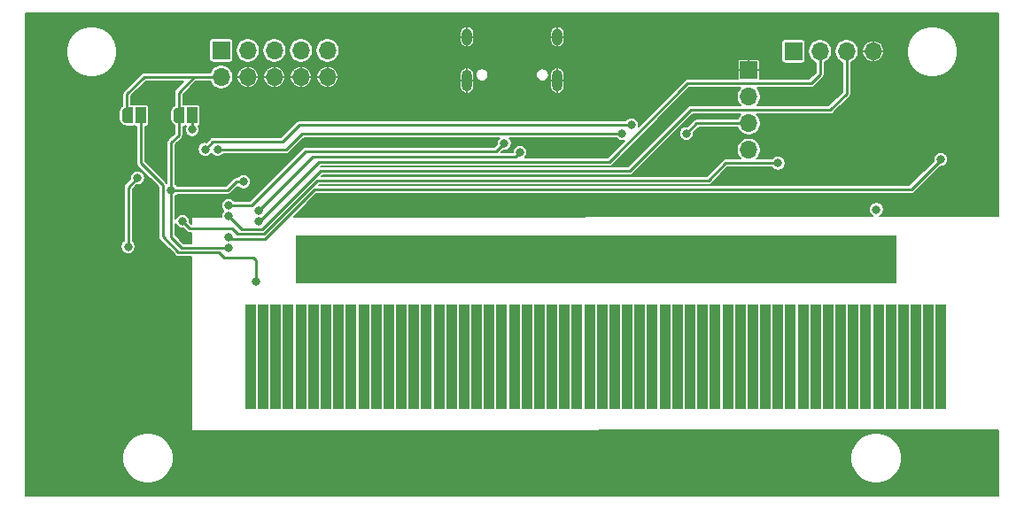
<source format=gbl>
G04 #@! TF.GenerationSoftware,KiCad,Pcbnew,(5.1.12)-1*
G04 #@! TF.CreationDate,2024-09-15T14:26:27+03:00*
G04 #@! TF.ProjectId,CaliperPCB,43616c69-7065-4725-9043-422e6b696361,rev?*
G04 #@! TF.SameCoordinates,Original*
G04 #@! TF.FileFunction,Copper,L2,Bot*
G04 #@! TF.FilePolarity,Positive*
%FSLAX46Y46*%
G04 Gerber Fmt 4.6, Leading zero omitted, Abs format (unit mm)*
G04 Created by KiCad (PCBNEW (5.1.12)-1) date 2024-09-15 14:26:27*
%MOMM*%
%LPD*%
G01*
G04 APERTURE LIST*
G04 #@! TA.AperFunction,ComponentPad*
%ADD10O,1.700000X1.700000*%
G04 #@! TD*
G04 #@! TA.AperFunction,ComponentPad*
%ADD11R,1.700000X1.700000*%
G04 #@! TD*
G04 #@! TA.AperFunction,ComponentPad*
%ADD12C,0.500000*%
G04 #@! TD*
G04 #@! TA.AperFunction,SMDPad,CuDef*
%ADD13R,1.000000X10.000000*%
G04 #@! TD*
G04 #@! TA.AperFunction,SMDPad,CuDef*
%ADD14R,57.400000X4.600000*%
G04 #@! TD*
G04 #@! TA.AperFunction,SMDPad,CuDef*
%ADD15R,1.000000X1.500000*%
G04 #@! TD*
G04 #@! TA.AperFunction,SMDPad,CuDef*
%ADD16C,0.100000*%
G04 #@! TD*
G04 #@! TA.AperFunction,ComponentPad*
%ADD17O,1.000000X1.600000*%
G04 #@! TD*
G04 #@! TA.AperFunction,ComponentPad*
%ADD18O,1.000000X2.100000*%
G04 #@! TD*
G04 #@! TA.AperFunction,ViaPad*
%ADD19C,0.800000*%
G04 #@! TD*
G04 #@! TA.AperFunction,Conductor*
%ADD20C,0.250000*%
G04 #@! TD*
G04 #@! TA.AperFunction,Conductor*
%ADD21C,0.200000*%
G04 #@! TD*
G04 #@! TA.AperFunction,Conductor*
%ADD22C,0.100000*%
G04 #@! TD*
G04 APERTURE END LIST*
D10*
X139192000Y-89408000D03*
X139192000Y-86868000D03*
X136652000Y-89408000D03*
X136652000Y-86868000D03*
X134112000Y-89408000D03*
X134112000Y-86868000D03*
X131572000Y-89408000D03*
X131572000Y-86868000D03*
X129032000Y-89408000D03*
D11*
X129032000Y-86868000D03*
D12*
X197850000Y-120720000D03*
X196650000Y-119420000D03*
X195450000Y-118120000D03*
X194250000Y-116820000D03*
X193050000Y-120070000D03*
X191850000Y-118770000D03*
X190650000Y-117470000D03*
X189450000Y-116170000D03*
D13*
X197850000Y-116170000D03*
X196650000Y-116170000D03*
X195450000Y-116170000D03*
X194250000Y-116170000D03*
X191850000Y-116170000D03*
X193050000Y-116170000D03*
X190650000Y-116170000D03*
X189450000Y-116170000D03*
D14*
X164850000Y-106870000D03*
D12*
X188250000Y-120720000D03*
X178650000Y-120720000D03*
X169050000Y-120720000D03*
X159450000Y-120720000D03*
X149850000Y-120720000D03*
X140250000Y-120720000D03*
X184650000Y-116820000D03*
X175050000Y-116820000D03*
X165450000Y-116820000D03*
X155850000Y-116820000D03*
X146250000Y-116820000D03*
X136630000Y-116820000D03*
X181050000Y-117470000D03*
X171450000Y-117470000D03*
X161850000Y-117470000D03*
X152250000Y-117470000D03*
X142650000Y-117470000D03*
X133060000Y-117470000D03*
D13*
X188250000Y-116170000D03*
X178650000Y-116170000D03*
X169050000Y-116170000D03*
X159450000Y-116170000D03*
X149850000Y-116170000D03*
X140250000Y-116170000D03*
D12*
X187050000Y-119420000D03*
X177450000Y-119420000D03*
X167850000Y-119420000D03*
X158250000Y-119420000D03*
X148650000Y-119420000D03*
X138950000Y-119420000D03*
X185850000Y-118120000D03*
X176250000Y-118120000D03*
X166650000Y-118120000D03*
X157050000Y-118120000D03*
X147450000Y-118120000D03*
X137740000Y-118120000D03*
X183450000Y-120070000D03*
X173850000Y-120070000D03*
X164250000Y-120070000D03*
X154650000Y-120070000D03*
X145050000Y-120070000D03*
X135400000Y-120070000D03*
X182250000Y-118770000D03*
X172650000Y-118770000D03*
X163050000Y-118770000D03*
X153450000Y-118770000D03*
X143850000Y-118770000D03*
X134270000Y-118770000D03*
X179850000Y-116170000D03*
X170250000Y-116170000D03*
X160650000Y-116170000D03*
X151050000Y-116170000D03*
X141450000Y-116170000D03*
X131850000Y-116170000D03*
D13*
X184650000Y-116170000D03*
X175050000Y-116170000D03*
X165450000Y-116170000D03*
X155850000Y-116170000D03*
X146250000Y-116170000D03*
X136650000Y-116170000D03*
X181050000Y-116170000D03*
X171450000Y-116170000D03*
X161850000Y-116170000D03*
X152250000Y-116170000D03*
X142650000Y-116170000D03*
X133050000Y-116170000D03*
X179850000Y-116170000D03*
X170250000Y-116170000D03*
X160650000Y-116170000D03*
X151050000Y-116170000D03*
X141450000Y-116170000D03*
X131850000Y-116170000D03*
X187050000Y-116170000D03*
X177450000Y-116170000D03*
X167850000Y-116170000D03*
X158250000Y-116170000D03*
X148650000Y-116170000D03*
X139050000Y-116170000D03*
X185850000Y-116170000D03*
X176250000Y-116170000D03*
X166650000Y-116170000D03*
X157050000Y-116170000D03*
X147450000Y-116170000D03*
X137850000Y-116170000D03*
X182250000Y-116170000D03*
X172650000Y-116170000D03*
X163050000Y-116170000D03*
X153450000Y-116170000D03*
X143850000Y-116170000D03*
X134250000Y-116170000D03*
X183450000Y-116170000D03*
X173850000Y-116170000D03*
X164250000Y-116170000D03*
X154650000Y-116170000D03*
X145050000Y-116170000D03*
X135450000Y-116170000D03*
D12*
X136400000Y-104820000D03*
D10*
X179460000Y-96370000D03*
X179460000Y-93830000D03*
X179460000Y-91290000D03*
D11*
X179460000Y-88750000D03*
D15*
X121340000Y-93070000D03*
G04 #@! TA.AperFunction,SMDPad,CuDef*
D16*
G36*
X122640000Y-92320602D02*
G01*
X122664534Y-92320602D01*
X122713365Y-92325412D01*
X122761490Y-92334984D01*
X122808445Y-92349228D01*
X122853778Y-92368005D01*
X122897051Y-92391136D01*
X122937850Y-92418396D01*
X122975779Y-92449524D01*
X123010476Y-92484221D01*
X123041604Y-92522150D01*
X123068864Y-92562949D01*
X123091995Y-92606222D01*
X123110772Y-92651555D01*
X123125016Y-92698510D01*
X123134588Y-92746635D01*
X123139398Y-92795466D01*
X123139398Y-92820000D01*
X123140000Y-92820000D01*
X123140000Y-93320000D01*
X123139398Y-93320000D01*
X123139398Y-93344534D01*
X123134588Y-93393365D01*
X123125016Y-93441490D01*
X123110772Y-93488445D01*
X123091995Y-93533778D01*
X123068864Y-93577051D01*
X123041604Y-93617850D01*
X123010476Y-93655779D01*
X122975779Y-93690476D01*
X122937850Y-93721604D01*
X122897051Y-93748864D01*
X122853778Y-93771995D01*
X122808445Y-93790772D01*
X122761490Y-93805016D01*
X122713365Y-93814588D01*
X122664534Y-93819398D01*
X122640000Y-93819398D01*
X122640000Y-93820000D01*
X122090000Y-93820000D01*
X122090000Y-92320000D01*
X122640000Y-92320000D01*
X122640000Y-92320602D01*
G37*
G04 #@! TD.AperFunction*
G04 #@! TA.AperFunction,SMDPad,CuDef*
G36*
X120590000Y-93820000D02*
G01*
X120040000Y-93820000D01*
X120040000Y-93819398D01*
X120015466Y-93819398D01*
X119966635Y-93814588D01*
X119918510Y-93805016D01*
X119871555Y-93790772D01*
X119826222Y-93771995D01*
X119782949Y-93748864D01*
X119742150Y-93721604D01*
X119704221Y-93690476D01*
X119669524Y-93655779D01*
X119638396Y-93617850D01*
X119611136Y-93577051D01*
X119588005Y-93533778D01*
X119569228Y-93488445D01*
X119554984Y-93441490D01*
X119545412Y-93393365D01*
X119540602Y-93344534D01*
X119540602Y-93320000D01*
X119540000Y-93320000D01*
X119540000Y-92820000D01*
X119540602Y-92820000D01*
X119540602Y-92795466D01*
X119545412Y-92746635D01*
X119554984Y-92698510D01*
X119569228Y-92651555D01*
X119588005Y-92606222D01*
X119611136Y-92562949D01*
X119638396Y-92522150D01*
X119669524Y-92484221D01*
X119704221Y-92449524D01*
X119742150Y-92418396D01*
X119782949Y-92391136D01*
X119826222Y-92368005D01*
X119871555Y-92349228D01*
X119918510Y-92334984D01*
X119966635Y-92325412D01*
X120015466Y-92320602D01*
X120040000Y-92320602D01*
X120040000Y-92320000D01*
X120590000Y-92320000D01*
X120590000Y-93820000D01*
G37*
G04 #@! TD.AperFunction*
D15*
X126256000Y-93070000D03*
G04 #@! TA.AperFunction,SMDPad,CuDef*
D16*
G36*
X127556000Y-92320602D02*
G01*
X127580534Y-92320602D01*
X127629365Y-92325412D01*
X127677490Y-92334984D01*
X127724445Y-92349228D01*
X127769778Y-92368005D01*
X127813051Y-92391136D01*
X127853850Y-92418396D01*
X127891779Y-92449524D01*
X127926476Y-92484221D01*
X127957604Y-92522150D01*
X127984864Y-92562949D01*
X128007995Y-92606222D01*
X128026772Y-92651555D01*
X128041016Y-92698510D01*
X128050588Y-92746635D01*
X128055398Y-92795466D01*
X128055398Y-92820000D01*
X128056000Y-92820000D01*
X128056000Y-93320000D01*
X128055398Y-93320000D01*
X128055398Y-93344534D01*
X128050588Y-93393365D01*
X128041016Y-93441490D01*
X128026772Y-93488445D01*
X128007995Y-93533778D01*
X127984864Y-93577051D01*
X127957604Y-93617850D01*
X127926476Y-93655779D01*
X127891779Y-93690476D01*
X127853850Y-93721604D01*
X127813051Y-93748864D01*
X127769778Y-93771995D01*
X127724445Y-93790772D01*
X127677490Y-93805016D01*
X127629365Y-93814588D01*
X127580534Y-93819398D01*
X127556000Y-93819398D01*
X127556000Y-93820000D01*
X127006000Y-93820000D01*
X127006000Y-92320000D01*
X127556000Y-92320000D01*
X127556000Y-92320602D01*
G37*
G04 #@! TD.AperFunction*
G04 #@! TA.AperFunction,SMDPad,CuDef*
G36*
X125506000Y-93820000D02*
G01*
X124956000Y-93820000D01*
X124956000Y-93819398D01*
X124931466Y-93819398D01*
X124882635Y-93814588D01*
X124834510Y-93805016D01*
X124787555Y-93790772D01*
X124742222Y-93771995D01*
X124698949Y-93748864D01*
X124658150Y-93721604D01*
X124620221Y-93690476D01*
X124585524Y-93655779D01*
X124554396Y-93617850D01*
X124527136Y-93577051D01*
X124504005Y-93533778D01*
X124485228Y-93488445D01*
X124470984Y-93441490D01*
X124461412Y-93393365D01*
X124456602Y-93344534D01*
X124456602Y-93320000D01*
X124456000Y-93320000D01*
X124456000Y-92820000D01*
X124456602Y-92820000D01*
X124456602Y-92795466D01*
X124461412Y-92746635D01*
X124470984Y-92698510D01*
X124485228Y-92651555D01*
X124504005Y-92606222D01*
X124527136Y-92562949D01*
X124554396Y-92522150D01*
X124585524Y-92484221D01*
X124620221Y-92449524D01*
X124658150Y-92418396D01*
X124698949Y-92391136D01*
X124742222Y-92368005D01*
X124787555Y-92349228D01*
X124834510Y-92334984D01*
X124882635Y-92325412D01*
X124931466Y-92320602D01*
X124956000Y-92320602D01*
X124956000Y-92320000D01*
X125506000Y-92320000D01*
X125506000Y-93820000D01*
G37*
G04 #@! TD.AperFunction*
D11*
X183720000Y-86950000D03*
D10*
X186260000Y-86950000D03*
X188800000Y-86950000D03*
X191340000Y-86950000D03*
D17*
X152528000Y-85564000D03*
X161168000Y-85564000D03*
D18*
X161168000Y-89744000D03*
X152528000Y-89744000D03*
D19*
X191660000Y-102080000D03*
X183230000Y-101530000D03*
X113856000Y-109860000D03*
X115556000Y-109880000D03*
X171010000Y-97850000D03*
X174050000Y-97910000D03*
X177500000Y-99040000D03*
X123100000Y-91070000D03*
X127100000Y-91070000D03*
X125730000Y-104800000D03*
X124230000Y-87740000D03*
X111010000Y-128830000D03*
X113550000Y-128830000D03*
X116090000Y-128830000D03*
X118630000Y-128830000D03*
X121170000Y-128830000D03*
X123710000Y-128830000D03*
X126250000Y-128830000D03*
X128790000Y-128830000D03*
X131330000Y-128830000D03*
X133870000Y-128830000D03*
X136410000Y-128830000D03*
X138950000Y-128830000D03*
X141490000Y-128830000D03*
X144030000Y-128830000D03*
X146570000Y-128830000D03*
X149110000Y-128830000D03*
X151650000Y-128830000D03*
X154190000Y-128830000D03*
X156730000Y-128830000D03*
X159270000Y-128830000D03*
X161810000Y-128830000D03*
X164350000Y-128830000D03*
X166890000Y-128830000D03*
X169430000Y-128830000D03*
X171970000Y-128830000D03*
X174510000Y-128830000D03*
X177050000Y-128830000D03*
X179590000Y-128830000D03*
X182130000Y-128830000D03*
X184670000Y-128830000D03*
X187210000Y-128830000D03*
X189750000Y-128830000D03*
X192290000Y-128830000D03*
X194830000Y-128830000D03*
X197370000Y-128830000D03*
X199910000Y-128830000D03*
X202450000Y-128830000D03*
X130640000Y-97340000D03*
X132970000Y-97330000D03*
X119070000Y-108240000D03*
X118420000Y-100180000D03*
X128778000Y-102210000D03*
X125336000Y-102108000D03*
X147190000Y-90920000D03*
X145830000Y-89950000D03*
X169670000Y-85170000D03*
X166110000Y-89830000D03*
X191660000Y-92870000D03*
X199660000Y-100780000D03*
X181650000Y-98830000D03*
X202450000Y-126290000D03*
X202450000Y-123750000D03*
X202450000Y-100890000D03*
X202450000Y-98350000D03*
X202450000Y-95810000D03*
X202450000Y-93270000D03*
X202450000Y-90730000D03*
X202450000Y-88190000D03*
X202450000Y-85650000D03*
X111010000Y-126290000D03*
X111010000Y-123750000D03*
X111010000Y-121210000D03*
X111010000Y-118670000D03*
X111010000Y-116130000D03*
X111010000Y-113590000D03*
X111010000Y-111050000D03*
X111010000Y-108510000D03*
X111010000Y-105970000D03*
X111010000Y-103430000D03*
X111010000Y-100890000D03*
X110998000Y-98552000D03*
X112522000Y-94785000D03*
X111010000Y-93270000D03*
X111010000Y-90730000D03*
X111010000Y-88190000D03*
X111010000Y-85650000D03*
X117094000Y-94785000D03*
X121510000Y-103460000D03*
X117310000Y-103810000D03*
X129000000Y-97290000D03*
X127490000Y-95160000D03*
X171958000Y-86106000D03*
X173736000Y-86106000D03*
X177800000Y-86106000D03*
X168656000Y-96520000D03*
X161798000Y-96266000D03*
X165354000Y-96266000D03*
X169672000Y-90424000D03*
X159004000Y-95758000D03*
X163830000Y-92710000D03*
X149606000Y-102362000D03*
X123190000Y-95504000D03*
X138430000Y-95758000D03*
X140208000Y-95758000D03*
X149606000Y-95670000D03*
X151384000Y-95670000D03*
X147828000Y-95670000D03*
X138450000Y-101000000D03*
X134470000Y-97290000D03*
X139370000Y-93080000D03*
X142460000Y-93080000D03*
X145550000Y-93080000D03*
X128700000Y-94360000D03*
X122390000Y-96900000D03*
X119840000Y-97150000D03*
X152570000Y-101210000D03*
X172700000Y-101400000D03*
X172780000Y-96460000D03*
X164110000Y-88930000D03*
X164000000Y-86150000D03*
X151120000Y-91580000D03*
X150820000Y-87540000D03*
X142260000Y-85330000D03*
X132440000Y-91910000D03*
X136750000Y-91580000D03*
X114730000Y-96270000D03*
X188540000Y-97200000D03*
X193290000Y-96930000D03*
X192660000Y-89070000D03*
X187480000Y-84470000D03*
X172900000Y-87460000D03*
X165830000Y-92800000D03*
X161320000Y-92570000D03*
X195470000Y-102020000D03*
X184740000Y-98910000D03*
X186560000Y-96060000D03*
X194420000Y-89430000D03*
X195620000Y-93210000D03*
X172140000Y-92880000D03*
X123040000Y-107200000D03*
X123090000Y-111860000D03*
X125290000Y-118330000D03*
X131168500Y-99430000D03*
X120130000Y-105640000D03*
X124256000Y-100210000D03*
X129756000Y-105774000D03*
X121051000Y-99059000D03*
X125336000Y-103210000D03*
X182260000Y-97652499D03*
X157598000Y-96610000D03*
X132620000Y-102210000D03*
X129756000Y-101710000D03*
X156098000Y-95750000D03*
X129756000Y-102710000D03*
X132620000Y-103210000D03*
X128680000Y-96330000D03*
X167350000Y-94820000D03*
X173500000Y-94810000D03*
X127510000Y-96330000D03*
X168230000Y-94010000D03*
X129756000Y-104710000D03*
X197818333Y-97291667D03*
X126256000Y-94444000D03*
X132334000Y-108966000D03*
D20*
X124256000Y-100210000D02*
X124256000Y-95694000D01*
X124956000Y-94994000D02*
X124956000Y-93070000D01*
X124256000Y-95694000D02*
X124956000Y-94994000D01*
X124956000Y-90894000D02*
X124956000Y-93070000D01*
X126442000Y-89408000D02*
X124956000Y-90894000D01*
X130460000Y-99430000D02*
X131168500Y-99430000D01*
X129680000Y-100210000D02*
X130460000Y-99430000D01*
X124256000Y-100210000D02*
X129680000Y-100210000D01*
X120040000Y-93070000D02*
X120040000Y-91050000D01*
X120040000Y-91050000D02*
X121682000Y-89408000D01*
X121682000Y-89408000D02*
X127232000Y-89408000D01*
X127232000Y-89408000D02*
X126442000Y-89408000D01*
X129032000Y-89408000D02*
X127232000Y-89408000D01*
X120130000Y-99980000D02*
X121051000Y-99059000D01*
X120130000Y-105640000D02*
X120130000Y-99980000D01*
X125279989Y-105719989D02*
X129701989Y-105719989D01*
X124256000Y-100210000D02*
X124256000Y-104696000D01*
X124256000Y-104696000D02*
X125279989Y-105719989D01*
X129701989Y-105719989D02*
X129756000Y-105774000D01*
X181727501Y-97652499D02*
X182260000Y-97652499D01*
X181727501Y-97652499D02*
X181877499Y-97652499D01*
X125336000Y-103210000D02*
X126001001Y-103875001D01*
X133128578Y-104385011D02*
X138233589Y-99280000D01*
X175630000Y-99280000D02*
X177257501Y-97652499D01*
X138233589Y-99280000D02*
X175630000Y-99280000D01*
X130565011Y-104385011D02*
X133128578Y-104385011D01*
X126001001Y-103875001D02*
X130055001Y-103875001D01*
X177257501Y-97652499D02*
X181727501Y-97652499D01*
X130055001Y-103875001D02*
X130565011Y-104385011D01*
X157162000Y-97028000D02*
X157580000Y-96610000D01*
X157580000Y-96610000D02*
X157620000Y-96610000D01*
X137802000Y-97028000D02*
X157162000Y-97028000D01*
X132620000Y-102210000D02*
X137802000Y-97028000D01*
X129660000Y-101710000D02*
X131130000Y-101710000D01*
X156060000Y-95750000D02*
X156100000Y-95750000D01*
X155290000Y-96520000D02*
X156060000Y-95750000D01*
X137120000Y-96520000D02*
X155290000Y-96520000D01*
X131930000Y-101710000D02*
X137120000Y-96520000D01*
X129756000Y-101710000D02*
X131930000Y-101710000D01*
X188800000Y-89900000D02*
X188800000Y-86950000D01*
X188800000Y-91010000D02*
X188800000Y-89900000D01*
X187260000Y-92550000D02*
X188800000Y-91010000D01*
X173930000Y-92550000D02*
X187260000Y-92550000D01*
X168110000Y-98370000D02*
X173930000Y-92550000D01*
X138507178Y-98370000D02*
X168110000Y-98370000D01*
X132942178Y-103935000D02*
X138507178Y-98370000D01*
X130981000Y-103935000D02*
X132942178Y-103935000D01*
X129756000Y-102710000D02*
X130981000Y-103935000D01*
X132660000Y-103210000D02*
X132620000Y-103210000D01*
X138360000Y-97510000D02*
X132660000Y-103210000D01*
X173630000Y-90030000D02*
X166150000Y-97510000D01*
X166150000Y-97510000D02*
X138360000Y-97510000D01*
X185410000Y-90030000D02*
X173630000Y-90030000D01*
X186260000Y-89180000D02*
X185410000Y-90030000D01*
X186260000Y-86950000D02*
X186260000Y-89180000D01*
X128680000Y-96330000D02*
X135260000Y-96330000D01*
X135260000Y-96330000D02*
X136770000Y-94820000D01*
X136770000Y-94820000D02*
X167350000Y-94820000D01*
X174480000Y-93830000D02*
X173500000Y-94810000D01*
X179460000Y-93830000D02*
X174480000Y-93830000D01*
X128235001Y-95604999D02*
X131285001Y-95604999D01*
X127510000Y-96330000D02*
X128235001Y-95604999D01*
X131285001Y-95604999D02*
X134915001Y-95604999D01*
X136510000Y-94010000D02*
X168230000Y-94010000D01*
X134915001Y-95604999D02*
X136510000Y-94010000D01*
X168230000Y-94010000D02*
X168230000Y-94010000D01*
X197830000Y-97340000D02*
X197830000Y-97310000D01*
X195480000Y-99690000D02*
X196115000Y-99055000D01*
X196115000Y-99055000D02*
X197830000Y-97340000D01*
X133220000Y-104930000D02*
X137957501Y-100192499D01*
X194977501Y-100192499D02*
X196115000Y-99055000D01*
X137957501Y-100192499D02*
X194977501Y-100192499D01*
X129976000Y-104930000D02*
X133220000Y-104930000D01*
X129756000Y-104710000D02*
X129976000Y-104930000D01*
X126256000Y-94444000D02*
X126256000Y-93070000D01*
X121340000Y-97642000D02*
X121340000Y-93070000D01*
X123444000Y-99746000D02*
X121340000Y-97642000D01*
X123444000Y-104674000D02*
X123444000Y-99746000D01*
X124940000Y-106170000D02*
X123444000Y-104674000D01*
X132080000Y-106680000D02*
X129286000Y-106680000D01*
X129286000Y-106680000D02*
X128776000Y-106170000D01*
X132334000Y-106934000D02*
X132080000Y-106680000D01*
X128776000Y-106170000D02*
X124940000Y-106170000D01*
X132334000Y-108966000D02*
X132334000Y-106934000D01*
D21*
X203345001Y-102680631D02*
X191996952Y-102696738D01*
X192106224Y-102623726D01*
X192203726Y-102526224D01*
X192280332Y-102411574D01*
X192333099Y-102284182D01*
X192360000Y-102148944D01*
X192360000Y-102011056D01*
X192333099Y-101875818D01*
X192280332Y-101748426D01*
X192203726Y-101633776D01*
X192106224Y-101536274D01*
X191991574Y-101459668D01*
X191864182Y-101406901D01*
X191728944Y-101380000D01*
X191591056Y-101380000D01*
X191455818Y-101406901D01*
X191328426Y-101459668D01*
X191213776Y-101536274D01*
X191116274Y-101633776D01*
X191039668Y-101748426D01*
X190986901Y-101875818D01*
X190960000Y-102011056D01*
X190960000Y-102148944D01*
X190986901Y-102284182D01*
X191039668Y-102411574D01*
X191116274Y-102526224D01*
X191213776Y-102623726D01*
X191324476Y-102697693D01*
X135974787Y-102776254D01*
X138133542Y-100617499D01*
X194956634Y-100617499D01*
X194977501Y-100619554D01*
X194998368Y-100617499D01*
X194998375Y-100617499D01*
X195060815Y-100611349D01*
X195140928Y-100587047D01*
X195214761Y-100547583D01*
X195279475Y-100494473D01*
X195292785Y-100478255D01*
X196430280Y-99340760D01*
X197779374Y-97991667D01*
X197887277Y-97991667D01*
X198022515Y-97964766D01*
X198149907Y-97911999D01*
X198264557Y-97835393D01*
X198362059Y-97737891D01*
X198438665Y-97623241D01*
X198491432Y-97495849D01*
X198518333Y-97360611D01*
X198518333Y-97222723D01*
X198491432Y-97087485D01*
X198438665Y-96960093D01*
X198362059Y-96845443D01*
X198264557Y-96747941D01*
X198149907Y-96671335D01*
X198022515Y-96618568D01*
X197887277Y-96591667D01*
X197749389Y-96591667D01*
X197614151Y-96618568D01*
X197486759Y-96671335D01*
X197372109Y-96747941D01*
X197274607Y-96845443D01*
X197198001Y-96960093D01*
X197145234Y-97087485D01*
X197118333Y-97222723D01*
X197118333Y-97360611D01*
X197133268Y-97435692D01*
X194801461Y-99767499D01*
X138347131Y-99767499D01*
X138409630Y-99705000D01*
X175609133Y-99705000D01*
X175630000Y-99707055D01*
X175650867Y-99705000D01*
X175650874Y-99705000D01*
X175713314Y-99698850D01*
X175793427Y-99674548D01*
X175867260Y-99635084D01*
X175931974Y-99581974D01*
X175945283Y-99565757D01*
X177433542Y-98077499D01*
X181702093Y-98077499D01*
X181716274Y-98098723D01*
X181813776Y-98196225D01*
X181928426Y-98272831D01*
X182055818Y-98325598D01*
X182191056Y-98352499D01*
X182328944Y-98352499D01*
X182464182Y-98325598D01*
X182591574Y-98272831D01*
X182706224Y-98196225D01*
X182803726Y-98098723D01*
X182880332Y-97984073D01*
X182933099Y-97856681D01*
X182960000Y-97721443D01*
X182960000Y-97583555D01*
X182933099Y-97448317D01*
X182880332Y-97320925D01*
X182803726Y-97206275D01*
X182706224Y-97108773D01*
X182591574Y-97032167D01*
X182464182Y-96979400D01*
X182328944Y-96952499D01*
X182191056Y-96952499D01*
X182055818Y-96979400D01*
X181928426Y-97032167D01*
X181813776Y-97108773D01*
X181716274Y-97206275D01*
X181702093Y-97227499D01*
X180228846Y-97227499D01*
X180353263Y-97103082D01*
X180479116Y-96914729D01*
X180565806Y-96705443D01*
X180610000Y-96483265D01*
X180610000Y-96256735D01*
X180565806Y-96034557D01*
X180479116Y-95825271D01*
X180353263Y-95636918D01*
X180193082Y-95476737D01*
X180004729Y-95350884D01*
X179795443Y-95264194D01*
X179573265Y-95220000D01*
X179346735Y-95220000D01*
X179124557Y-95264194D01*
X178915271Y-95350884D01*
X178726918Y-95476737D01*
X178566737Y-95636918D01*
X178440884Y-95825271D01*
X178354194Y-96034557D01*
X178310000Y-96256735D01*
X178310000Y-96483265D01*
X178354194Y-96705443D01*
X178440884Y-96914729D01*
X178566737Y-97103082D01*
X178691154Y-97227499D01*
X177278368Y-97227499D01*
X177257501Y-97225444D01*
X177236634Y-97227499D01*
X177236627Y-97227499D01*
X177181828Y-97232896D01*
X177174186Y-97233649D01*
X177149884Y-97241021D01*
X177094074Y-97257951D01*
X177020241Y-97297415D01*
X176955527Y-97350525D01*
X176942222Y-97366737D01*
X175453960Y-98855000D01*
X138623219Y-98855000D01*
X138683219Y-98795000D01*
X168089133Y-98795000D01*
X168110000Y-98797055D01*
X168130867Y-98795000D01*
X168130874Y-98795000D01*
X168193314Y-98788850D01*
X168273427Y-98764548D01*
X168347260Y-98725084D01*
X168411974Y-98671974D01*
X168425284Y-98655756D01*
X174106041Y-92975000D01*
X178688655Y-92975000D01*
X178566737Y-93096918D01*
X178440884Y-93285271D01*
X178391290Y-93405000D01*
X174500866Y-93405000D01*
X174479999Y-93402945D01*
X174459132Y-93405000D01*
X174459126Y-93405000D01*
X174405098Y-93410321D01*
X174396685Y-93411150D01*
X174372383Y-93418522D01*
X174316573Y-93435452D01*
X174242740Y-93474916D01*
X174178026Y-93528026D01*
X174164721Y-93544238D01*
X173593980Y-94114980D01*
X173568944Y-94110000D01*
X173431056Y-94110000D01*
X173295818Y-94136901D01*
X173168426Y-94189668D01*
X173053776Y-94266274D01*
X172956274Y-94363776D01*
X172879668Y-94478426D01*
X172826901Y-94605818D01*
X172800000Y-94741056D01*
X172800000Y-94878944D01*
X172826901Y-95014182D01*
X172879668Y-95141574D01*
X172956274Y-95256224D01*
X173053776Y-95353726D01*
X173168426Y-95430332D01*
X173295818Y-95483099D01*
X173431056Y-95510000D01*
X173568944Y-95510000D01*
X173704182Y-95483099D01*
X173831574Y-95430332D01*
X173946224Y-95353726D01*
X174043726Y-95256224D01*
X174120332Y-95141574D01*
X174173099Y-95014182D01*
X174200000Y-94878944D01*
X174200000Y-94741056D01*
X174195020Y-94716020D01*
X174656041Y-94255000D01*
X178391290Y-94255000D01*
X178440884Y-94374729D01*
X178566737Y-94563082D01*
X178726918Y-94723263D01*
X178915271Y-94849116D01*
X179124557Y-94935806D01*
X179346735Y-94980000D01*
X179573265Y-94980000D01*
X179795443Y-94935806D01*
X180004729Y-94849116D01*
X180193082Y-94723263D01*
X180353263Y-94563082D01*
X180479116Y-94374729D01*
X180565806Y-94165443D01*
X180610000Y-93943265D01*
X180610000Y-93716735D01*
X180565806Y-93494557D01*
X180479116Y-93285271D01*
X180353263Y-93096918D01*
X180231345Y-92975000D01*
X187239133Y-92975000D01*
X187260000Y-92977055D01*
X187280867Y-92975000D01*
X187280874Y-92975000D01*
X187343314Y-92968850D01*
X187423427Y-92944548D01*
X187497260Y-92905084D01*
X187561974Y-92851974D01*
X187575283Y-92835757D01*
X189085763Y-91325278D01*
X189101974Y-91311974D01*
X189155084Y-91247260D01*
X189194548Y-91173427D01*
X189218850Y-91093314D01*
X189225000Y-91030874D01*
X189225000Y-91030867D01*
X189227055Y-91010000D01*
X189225000Y-90989133D01*
X189225000Y-88018710D01*
X189344729Y-87969116D01*
X189533082Y-87843263D01*
X189693263Y-87683082D01*
X189819116Y-87494729D01*
X189905806Y-87285443D01*
X189938875Y-87119193D01*
X190303721Y-87119193D01*
X190356641Y-87318110D01*
X190447351Y-87502881D01*
X190572365Y-87666405D01*
X190726879Y-87802398D01*
X190904955Y-87905633D01*
X191099749Y-87972144D01*
X191170807Y-87986279D01*
X191335000Y-87949987D01*
X191335000Y-86955000D01*
X191345000Y-86955000D01*
X191345000Y-87949987D01*
X191509193Y-87986279D01*
X191580251Y-87972144D01*
X191775045Y-87905633D01*
X191953121Y-87802398D01*
X192107635Y-87666405D01*
X192232649Y-87502881D01*
X192323359Y-87318110D01*
X192376279Y-87119193D01*
X192339988Y-86955000D01*
X191345000Y-86955000D01*
X191335000Y-86955000D01*
X190340012Y-86955000D01*
X190303721Y-87119193D01*
X189938875Y-87119193D01*
X189950000Y-87063265D01*
X189950000Y-86836735D01*
X189938876Y-86780807D01*
X190303721Y-86780807D01*
X190340012Y-86945000D01*
X191335000Y-86945000D01*
X191335000Y-85950013D01*
X191345000Y-85950013D01*
X191345000Y-86945000D01*
X192339988Y-86945000D01*
X192376279Y-86780807D01*
X192370837Y-86760348D01*
X194566773Y-86760348D01*
X194566773Y-87239652D01*
X194660281Y-87709746D01*
X194843703Y-88152565D01*
X195109989Y-88551092D01*
X195448908Y-88890011D01*
X195847435Y-89156297D01*
X196290254Y-89339719D01*
X196760348Y-89433227D01*
X197239652Y-89433227D01*
X197709746Y-89339719D01*
X198152565Y-89156297D01*
X198551092Y-88890011D01*
X198890011Y-88551092D01*
X199156297Y-88152565D01*
X199339719Y-87709746D01*
X199433227Y-87239652D01*
X199433227Y-86760348D01*
X199339719Y-86290254D01*
X199156297Y-85847435D01*
X198890011Y-85448908D01*
X198551092Y-85109989D01*
X198152565Y-84843703D01*
X197709746Y-84660281D01*
X197239652Y-84566773D01*
X196760348Y-84566773D01*
X196290254Y-84660281D01*
X195847435Y-84843703D01*
X195448908Y-85109989D01*
X195109989Y-85448908D01*
X194843703Y-85847435D01*
X194660281Y-86290254D01*
X194566773Y-86760348D01*
X192370837Y-86760348D01*
X192323359Y-86581890D01*
X192232649Y-86397119D01*
X192107635Y-86233595D01*
X191953121Y-86097602D01*
X191775045Y-85994367D01*
X191580251Y-85927856D01*
X191509193Y-85913721D01*
X191345000Y-85950013D01*
X191335000Y-85950013D01*
X191170807Y-85913721D01*
X191099749Y-85927856D01*
X190904955Y-85994367D01*
X190726879Y-86097602D01*
X190572365Y-86233595D01*
X190447351Y-86397119D01*
X190356641Y-86581890D01*
X190303721Y-86780807D01*
X189938876Y-86780807D01*
X189905806Y-86614557D01*
X189819116Y-86405271D01*
X189693263Y-86216918D01*
X189533082Y-86056737D01*
X189344729Y-85930884D01*
X189135443Y-85844194D01*
X188913265Y-85800000D01*
X188686735Y-85800000D01*
X188464557Y-85844194D01*
X188255271Y-85930884D01*
X188066918Y-86056737D01*
X187906737Y-86216918D01*
X187780884Y-86405271D01*
X187694194Y-86614557D01*
X187650000Y-86836735D01*
X187650000Y-87063265D01*
X187694194Y-87285443D01*
X187780884Y-87494729D01*
X187906737Y-87683082D01*
X188066918Y-87843263D01*
X188255271Y-87969116D01*
X188375001Y-88018710D01*
X188375000Y-89920873D01*
X188375001Y-89920883D01*
X188375000Y-90833959D01*
X187083960Y-92125000D01*
X180251345Y-92125000D01*
X180353263Y-92023082D01*
X180479116Y-91834729D01*
X180565806Y-91625443D01*
X180610000Y-91403265D01*
X180610000Y-91176735D01*
X180565806Y-90954557D01*
X180479116Y-90745271D01*
X180353263Y-90556918D01*
X180251345Y-90455000D01*
X185389133Y-90455000D01*
X185410000Y-90457055D01*
X185430867Y-90455000D01*
X185430874Y-90455000D01*
X185493314Y-90448850D01*
X185573427Y-90424548D01*
X185647260Y-90385084D01*
X185711974Y-90331974D01*
X185725284Y-90315756D01*
X186545756Y-89495284D01*
X186561974Y-89481974D01*
X186615084Y-89417260D01*
X186654548Y-89343427D01*
X186678850Y-89263314D01*
X186685000Y-89200874D01*
X186687056Y-89180000D01*
X186685000Y-89159126D01*
X186685000Y-88018710D01*
X186804729Y-87969116D01*
X186993082Y-87843263D01*
X187153263Y-87683082D01*
X187279116Y-87494729D01*
X187365806Y-87285443D01*
X187410000Y-87063265D01*
X187410000Y-86836735D01*
X187365806Y-86614557D01*
X187279116Y-86405271D01*
X187153263Y-86216918D01*
X186993082Y-86056737D01*
X186804729Y-85930884D01*
X186595443Y-85844194D01*
X186373265Y-85800000D01*
X186146735Y-85800000D01*
X185924557Y-85844194D01*
X185715271Y-85930884D01*
X185526918Y-86056737D01*
X185366737Y-86216918D01*
X185240884Y-86405271D01*
X185154194Y-86614557D01*
X185110000Y-86836735D01*
X185110000Y-87063265D01*
X185154194Y-87285443D01*
X185240884Y-87494729D01*
X185366737Y-87683082D01*
X185526918Y-87843263D01*
X185715271Y-87969116D01*
X185835000Y-88018710D01*
X185835001Y-89003959D01*
X185233960Y-89605000D01*
X180510475Y-89605000D01*
X180510968Y-89600000D01*
X180510000Y-88805000D01*
X180460000Y-88755000D01*
X179465000Y-88755000D01*
X179465000Y-88775000D01*
X179455000Y-88775000D01*
X179455000Y-88755000D01*
X178460000Y-88755000D01*
X178410000Y-88805000D01*
X178409032Y-89600000D01*
X178409525Y-89605000D01*
X173650866Y-89605000D01*
X173629999Y-89602945D01*
X173609132Y-89605000D01*
X173609126Y-89605000D01*
X173555098Y-89610321D01*
X173546685Y-89611150D01*
X173522383Y-89618522D01*
X173466573Y-89635452D01*
X173392740Y-89674916D01*
X173392738Y-89674917D01*
X173392739Y-89674917D01*
X173347978Y-89711652D01*
X173328026Y-89728026D01*
X173314721Y-89744238D01*
X168917581Y-94141379D01*
X168930000Y-94078944D01*
X168930000Y-93941056D01*
X168903099Y-93805818D01*
X168850332Y-93678426D01*
X168773726Y-93563776D01*
X168676224Y-93466274D01*
X168561574Y-93389668D01*
X168434182Y-93336901D01*
X168298944Y-93310000D01*
X168161056Y-93310000D01*
X168025818Y-93336901D01*
X167898426Y-93389668D01*
X167783776Y-93466274D01*
X167686274Y-93563776D01*
X167672093Y-93585000D01*
X136530866Y-93585000D01*
X136509999Y-93582945D01*
X136489132Y-93585000D01*
X136489126Y-93585000D01*
X136435098Y-93590321D01*
X136426685Y-93591150D01*
X136402383Y-93598522D01*
X136346573Y-93615452D01*
X136272740Y-93654916D01*
X136208026Y-93708026D01*
X136194721Y-93724238D01*
X134738961Y-95179999D01*
X128255867Y-95179999D01*
X128235000Y-95177944D01*
X128214133Y-95179999D01*
X128214127Y-95179999D01*
X128160099Y-95185320D01*
X128151686Y-95186149D01*
X128127384Y-95193521D01*
X128071574Y-95210451D01*
X127997741Y-95249915D01*
X127933027Y-95303025D01*
X127919722Y-95319237D01*
X127603979Y-95634980D01*
X127578944Y-95630000D01*
X127441056Y-95630000D01*
X127305818Y-95656901D01*
X127178426Y-95709668D01*
X127063776Y-95786274D01*
X126966274Y-95883776D01*
X126889668Y-95998426D01*
X126836901Y-96125818D01*
X126810000Y-96261056D01*
X126810000Y-96398944D01*
X126836901Y-96534182D01*
X126889668Y-96661574D01*
X126966274Y-96776224D01*
X127063776Y-96873726D01*
X127178426Y-96950332D01*
X127305818Y-97003099D01*
X127441056Y-97030000D01*
X127578944Y-97030000D01*
X127714182Y-97003099D01*
X127841574Y-96950332D01*
X127956224Y-96873726D01*
X128053726Y-96776224D01*
X128095000Y-96714453D01*
X128136274Y-96776224D01*
X128233776Y-96873726D01*
X128348426Y-96950332D01*
X128475818Y-97003099D01*
X128611056Y-97030000D01*
X128748944Y-97030000D01*
X128884182Y-97003099D01*
X129011574Y-96950332D01*
X129126224Y-96873726D01*
X129223726Y-96776224D01*
X129237907Y-96755000D01*
X135239133Y-96755000D01*
X135260000Y-96757055D01*
X135280867Y-96755000D01*
X135280874Y-96755000D01*
X135343314Y-96748850D01*
X135423427Y-96724548D01*
X135497260Y-96685084D01*
X135561974Y-96631974D01*
X135575283Y-96615757D01*
X136946041Y-95245000D01*
X155613050Y-95245000D01*
X155554274Y-95303776D01*
X155477668Y-95418426D01*
X155424901Y-95545818D01*
X155398000Y-95681056D01*
X155398000Y-95810959D01*
X155113960Y-96095000D01*
X137140866Y-96095000D01*
X137119999Y-96092945D01*
X137099132Y-96095000D01*
X137099126Y-96095000D01*
X137045098Y-96100321D01*
X137036685Y-96101150D01*
X137023717Y-96105084D01*
X136956573Y-96125452D01*
X136882740Y-96164916D01*
X136870453Y-96175000D01*
X136844592Y-96196224D01*
X136818026Y-96218026D01*
X136804721Y-96234238D01*
X131753960Y-101285000D01*
X130313907Y-101285000D01*
X130299726Y-101263776D01*
X130202224Y-101166274D01*
X130087574Y-101089668D01*
X129960182Y-101036901D01*
X129824944Y-101010000D01*
X129687056Y-101010000D01*
X129551818Y-101036901D01*
X129424426Y-101089668D01*
X129309776Y-101166274D01*
X129212274Y-101263776D01*
X129135668Y-101378426D01*
X129082901Y-101505818D01*
X129056000Y-101641056D01*
X129056000Y-101778944D01*
X129082901Y-101914182D01*
X129135668Y-102041574D01*
X129212274Y-102156224D01*
X129266050Y-102210000D01*
X129212274Y-102263776D01*
X129135668Y-102378426D01*
X129082901Y-102505818D01*
X129056000Y-102641056D01*
X129056000Y-102778944D01*
X129057418Y-102786072D01*
X126289858Y-102790000D01*
X126270491Y-102791921D01*
X126251732Y-102797612D01*
X126234443Y-102806853D01*
X126219289Y-102819289D01*
X126206853Y-102834443D01*
X126197612Y-102851732D01*
X126191921Y-102870491D01*
X126190000Y-102890000D01*
X126190000Y-103450001D01*
X126177042Y-103450001D01*
X126031020Y-103303979D01*
X126036000Y-103278944D01*
X126036000Y-103141056D01*
X126009099Y-103005818D01*
X125956332Y-102878426D01*
X125879726Y-102763776D01*
X125782224Y-102666274D01*
X125667574Y-102589668D01*
X125540182Y-102536901D01*
X125404944Y-102510000D01*
X125267056Y-102510000D01*
X125131818Y-102536901D01*
X125004426Y-102589668D01*
X124889776Y-102666274D01*
X124792274Y-102763776D01*
X124715668Y-102878426D01*
X124681000Y-102962123D01*
X124681000Y-100767907D01*
X124702224Y-100753726D01*
X124799726Y-100656224D01*
X124813907Y-100635000D01*
X129659133Y-100635000D01*
X129680000Y-100637055D01*
X129700867Y-100635000D01*
X129700874Y-100635000D01*
X129763314Y-100628850D01*
X129843427Y-100604548D01*
X129917260Y-100565084D01*
X129981974Y-100511974D01*
X129995284Y-100495756D01*
X130620785Y-99870255D01*
X130624774Y-99876224D01*
X130722276Y-99973726D01*
X130836926Y-100050332D01*
X130964318Y-100103099D01*
X131099556Y-100130000D01*
X131237444Y-100130000D01*
X131372682Y-100103099D01*
X131500074Y-100050332D01*
X131614724Y-99973726D01*
X131712226Y-99876224D01*
X131788832Y-99761574D01*
X131841599Y-99634182D01*
X131868500Y-99498944D01*
X131868500Y-99361056D01*
X131841599Y-99225818D01*
X131788832Y-99098426D01*
X131712226Y-98983776D01*
X131614724Y-98886274D01*
X131500074Y-98809668D01*
X131372682Y-98756901D01*
X131237444Y-98730000D01*
X131099556Y-98730000D01*
X130964318Y-98756901D01*
X130836926Y-98809668D01*
X130722276Y-98886274D01*
X130624774Y-98983776D01*
X130610593Y-99005000D01*
X130480874Y-99005000D01*
X130460000Y-99002944D01*
X130439126Y-99005000D01*
X130376686Y-99011150D01*
X130296573Y-99035452D01*
X130222740Y-99074916D01*
X130158026Y-99128026D01*
X130144716Y-99144244D01*
X129503960Y-99785000D01*
X124813907Y-99785000D01*
X124799726Y-99763776D01*
X124702224Y-99666274D01*
X124681000Y-99652093D01*
X124681000Y-95870040D01*
X125241763Y-95309278D01*
X125257974Y-95295974D01*
X125282390Y-95266224D01*
X125311083Y-95231261D01*
X125311084Y-95231260D01*
X125350548Y-95157427D01*
X125374850Y-95077314D01*
X125381000Y-95014874D01*
X125381000Y-95014868D01*
X125383055Y-94994001D01*
X125381000Y-94973134D01*
X125381000Y-94121452D01*
X125506000Y-94121452D01*
X125564810Y-94115660D01*
X125621361Y-94098505D01*
X125631001Y-94093352D01*
X125640640Y-94098504D01*
X125644240Y-94099596D01*
X125635668Y-94112426D01*
X125582901Y-94239818D01*
X125556000Y-94375056D01*
X125556000Y-94512944D01*
X125582901Y-94648182D01*
X125635668Y-94775574D01*
X125712274Y-94890224D01*
X125809776Y-94987726D01*
X125924426Y-95064332D01*
X126051818Y-95117099D01*
X126187056Y-95144000D01*
X126324944Y-95144000D01*
X126460182Y-95117099D01*
X126587574Y-95064332D01*
X126702224Y-94987726D01*
X126799726Y-94890224D01*
X126876332Y-94775574D01*
X126929099Y-94648182D01*
X126956000Y-94512944D01*
X126956000Y-94375056D01*
X126929099Y-94239818D01*
X126876332Y-94112426D01*
X126867760Y-94099596D01*
X126871360Y-94098504D01*
X126923477Y-94070647D01*
X126969158Y-94033158D01*
X127006647Y-93987477D01*
X127034504Y-93935360D01*
X127051659Y-93878810D01*
X127057451Y-93820000D01*
X127057451Y-92320000D01*
X127051659Y-92261190D01*
X127034504Y-92204640D01*
X127006647Y-92152523D01*
X126969158Y-92106842D01*
X126923477Y-92069353D01*
X126871360Y-92041496D01*
X126814810Y-92024341D01*
X126756000Y-92018549D01*
X125756000Y-92018549D01*
X125697190Y-92024341D01*
X125640640Y-92041496D01*
X125631001Y-92046648D01*
X125621361Y-92041495D01*
X125564810Y-92024340D01*
X125506000Y-92018548D01*
X125381000Y-92018548D01*
X125381000Y-91070040D01*
X126618041Y-89833000D01*
X127963290Y-89833000D01*
X128012884Y-89952729D01*
X128138737Y-90141082D01*
X128298918Y-90301263D01*
X128487271Y-90427116D01*
X128696557Y-90513806D01*
X128918735Y-90558000D01*
X129145265Y-90558000D01*
X129367443Y-90513806D01*
X129576729Y-90427116D01*
X129765082Y-90301263D01*
X129925263Y-90141082D01*
X130051116Y-89952729D01*
X130137806Y-89743443D01*
X130170875Y-89577193D01*
X130535721Y-89577193D01*
X130588641Y-89776110D01*
X130679351Y-89960881D01*
X130804365Y-90124405D01*
X130958879Y-90260398D01*
X131136955Y-90363633D01*
X131331749Y-90430144D01*
X131402807Y-90444279D01*
X131567000Y-90407987D01*
X131567000Y-89413000D01*
X131577000Y-89413000D01*
X131577000Y-90407987D01*
X131741193Y-90444279D01*
X131812251Y-90430144D01*
X132007045Y-90363633D01*
X132185121Y-90260398D01*
X132339635Y-90124405D01*
X132464649Y-89960881D01*
X132555359Y-89776110D01*
X132608279Y-89577193D01*
X133075721Y-89577193D01*
X133128641Y-89776110D01*
X133219351Y-89960881D01*
X133344365Y-90124405D01*
X133498879Y-90260398D01*
X133676955Y-90363633D01*
X133871749Y-90430144D01*
X133942807Y-90444279D01*
X134107000Y-90407987D01*
X134107000Y-89413000D01*
X134117000Y-89413000D01*
X134117000Y-90407987D01*
X134281193Y-90444279D01*
X134352251Y-90430144D01*
X134547045Y-90363633D01*
X134725121Y-90260398D01*
X134879635Y-90124405D01*
X135004649Y-89960881D01*
X135095359Y-89776110D01*
X135148279Y-89577193D01*
X135615721Y-89577193D01*
X135668641Y-89776110D01*
X135759351Y-89960881D01*
X135884365Y-90124405D01*
X136038879Y-90260398D01*
X136216955Y-90363633D01*
X136411749Y-90430144D01*
X136482807Y-90444279D01*
X136647000Y-90407987D01*
X136647000Y-89413000D01*
X136657000Y-89413000D01*
X136657000Y-90407987D01*
X136821193Y-90444279D01*
X136892251Y-90430144D01*
X137087045Y-90363633D01*
X137265121Y-90260398D01*
X137419635Y-90124405D01*
X137544649Y-89960881D01*
X137635359Y-89776110D01*
X137688279Y-89577193D01*
X138155721Y-89577193D01*
X138208641Y-89776110D01*
X138299351Y-89960881D01*
X138424365Y-90124405D01*
X138578879Y-90260398D01*
X138756955Y-90363633D01*
X138951749Y-90430144D01*
X139022807Y-90444279D01*
X139187000Y-90407987D01*
X139187000Y-89413000D01*
X139197000Y-89413000D01*
X139197000Y-90407987D01*
X139361193Y-90444279D01*
X139432251Y-90430144D01*
X139627045Y-90363633D01*
X139805121Y-90260398D01*
X139959635Y-90124405D01*
X140084649Y-89960881D01*
X140175359Y-89776110D01*
X140182571Y-89749000D01*
X151828000Y-89749000D01*
X151828000Y-90299000D01*
X151842426Y-90435467D01*
X151883198Y-90566498D01*
X151948749Y-90687057D01*
X152036561Y-90792511D01*
X152143259Y-90878807D01*
X152264742Y-90942629D01*
X152396342Y-90981525D01*
X152413560Y-90984582D01*
X152523000Y-90943981D01*
X152523000Y-89749000D01*
X152533000Y-89749000D01*
X152533000Y-90943981D01*
X152642440Y-90984582D01*
X152659658Y-90981525D01*
X152791258Y-90942629D01*
X152912741Y-90878807D01*
X153019439Y-90792511D01*
X153107251Y-90687057D01*
X153172802Y-90566498D01*
X153213574Y-90435467D01*
X153228000Y-90299000D01*
X153228000Y-89749000D01*
X152533000Y-89749000D01*
X152523000Y-89749000D01*
X151828000Y-89749000D01*
X140182571Y-89749000D01*
X140228279Y-89577193D01*
X140191988Y-89413000D01*
X139197000Y-89413000D01*
X139187000Y-89413000D01*
X138192012Y-89413000D01*
X138155721Y-89577193D01*
X137688279Y-89577193D01*
X137651988Y-89413000D01*
X136657000Y-89413000D01*
X136647000Y-89413000D01*
X135652012Y-89413000D01*
X135615721Y-89577193D01*
X135148279Y-89577193D01*
X135111988Y-89413000D01*
X134117000Y-89413000D01*
X134107000Y-89413000D01*
X133112012Y-89413000D01*
X133075721Y-89577193D01*
X132608279Y-89577193D01*
X132571988Y-89413000D01*
X131577000Y-89413000D01*
X131567000Y-89413000D01*
X130572012Y-89413000D01*
X130535721Y-89577193D01*
X130170875Y-89577193D01*
X130182000Y-89521265D01*
X130182000Y-89294735D01*
X130170876Y-89238807D01*
X130535721Y-89238807D01*
X130572012Y-89403000D01*
X131567000Y-89403000D01*
X131567000Y-88408013D01*
X131577000Y-88408013D01*
X131577000Y-89403000D01*
X132571988Y-89403000D01*
X132608279Y-89238807D01*
X133075721Y-89238807D01*
X133112012Y-89403000D01*
X134107000Y-89403000D01*
X134107000Y-88408013D01*
X134117000Y-88408013D01*
X134117000Y-89403000D01*
X135111988Y-89403000D01*
X135148279Y-89238807D01*
X135615721Y-89238807D01*
X135652012Y-89403000D01*
X136647000Y-89403000D01*
X136647000Y-88408013D01*
X136657000Y-88408013D01*
X136657000Y-89403000D01*
X137651988Y-89403000D01*
X137688279Y-89238807D01*
X138155721Y-89238807D01*
X138192012Y-89403000D01*
X139187000Y-89403000D01*
X139187000Y-88408013D01*
X139197000Y-88408013D01*
X139197000Y-89403000D01*
X140191988Y-89403000D01*
X140228279Y-89238807D01*
X140215029Y-89189000D01*
X151828000Y-89189000D01*
X151828000Y-89739000D01*
X152523000Y-89739000D01*
X152523000Y-88544019D01*
X152533000Y-88544019D01*
X152533000Y-89739000D01*
X153228000Y-89739000D01*
X153228000Y-89189000D01*
X153224136Y-89152443D01*
X153333000Y-89152443D01*
X153333000Y-89275557D01*
X153357019Y-89396306D01*
X153404132Y-89510048D01*
X153472531Y-89612414D01*
X153559586Y-89699469D01*
X153661952Y-89767868D01*
X153775694Y-89814981D01*
X153896443Y-89839000D01*
X154019557Y-89839000D01*
X154140306Y-89814981D01*
X154254048Y-89767868D01*
X154356414Y-89699469D01*
X154443469Y-89612414D01*
X154511868Y-89510048D01*
X154558981Y-89396306D01*
X154583000Y-89275557D01*
X154583000Y-89152443D01*
X159113000Y-89152443D01*
X159113000Y-89275557D01*
X159137019Y-89396306D01*
X159184132Y-89510048D01*
X159252531Y-89612414D01*
X159339586Y-89699469D01*
X159441952Y-89767868D01*
X159555694Y-89814981D01*
X159676443Y-89839000D01*
X159799557Y-89839000D01*
X159920306Y-89814981D01*
X160034048Y-89767868D01*
X160062285Y-89749000D01*
X160468000Y-89749000D01*
X160468000Y-90299000D01*
X160482426Y-90435467D01*
X160523198Y-90566498D01*
X160588749Y-90687057D01*
X160676561Y-90792511D01*
X160783259Y-90878807D01*
X160904742Y-90942629D01*
X161036342Y-90981525D01*
X161053560Y-90984582D01*
X161163000Y-90943981D01*
X161163000Y-89749000D01*
X161173000Y-89749000D01*
X161173000Y-90943981D01*
X161282440Y-90984582D01*
X161299658Y-90981525D01*
X161431258Y-90942629D01*
X161552741Y-90878807D01*
X161659439Y-90792511D01*
X161747251Y-90687057D01*
X161812802Y-90566498D01*
X161853574Y-90435467D01*
X161868000Y-90299000D01*
X161868000Y-89749000D01*
X161173000Y-89749000D01*
X161163000Y-89749000D01*
X160468000Y-89749000D01*
X160062285Y-89749000D01*
X160136414Y-89699469D01*
X160223469Y-89612414D01*
X160291868Y-89510048D01*
X160338981Y-89396306D01*
X160363000Y-89275557D01*
X160363000Y-89189000D01*
X160468000Y-89189000D01*
X160468000Y-89739000D01*
X161163000Y-89739000D01*
X161163000Y-88544019D01*
X161173000Y-88544019D01*
X161173000Y-89739000D01*
X161868000Y-89739000D01*
X161868000Y-89189000D01*
X161853574Y-89052533D01*
X161812802Y-88921502D01*
X161747251Y-88800943D01*
X161659439Y-88695489D01*
X161552741Y-88609193D01*
X161431258Y-88545371D01*
X161299658Y-88506475D01*
X161282440Y-88503418D01*
X161173000Y-88544019D01*
X161163000Y-88544019D01*
X161053560Y-88503418D01*
X161036342Y-88506475D01*
X160904742Y-88545371D01*
X160783259Y-88609193D01*
X160676561Y-88695489D01*
X160588749Y-88800943D01*
X160523198Y-88921502D01*
X160482426Y-89052533D01*
X160468000Y-89189000D01*
X160363000Y-89189000D01*
X160363000Y-89152443D01*
X160338981Y-89031694D01*
X160291868Y-88917952D01*
X160223469Y-88815586D01*
X160136414Y-88728531D01*
X160034048Y-88660132D01*
X159920306Y-88613019D01*
X159799557Y-88589000D01*
X159676443Y-88589000D01*
X159555694Y-88613019D01*
X159441952Y-88660132D01*
X159339586Y-88728531D01*
X159252531Y-88815586D01*
X159184132Y-88917952D01*
X159137019Y-89031694D01*
X159113000Y-89152443D01*
X154583000Y-89152443D01*
X154558981Y-89031694D01*
X154511868Y-88917952D01*
X154443469Y-88815586D01*
X154356414Y-88728531D01*
X154254048Y-88660132D01*
X154140306Y-88613019D01*
X154019557Y-88589000D01*
X153896443Y-88589000D01*
X153775694Y-88613019D01*
X153661952Y-88660132D01*
X153559586Y-88728531D01*
X153472531Y-88815586D01*
X153404132Y-88917952D01*
X153357019Y-89031694D01*
X153333000Y-89152443D01*
X153224136Y-89152443D01*
X153213574Y-89052533D01*
X153172802Y-88921502D01*
X153107251Y-88800943D01*
X153019439Y-88695489D01*
X152912741Y-88609193D01*
X152791258Y-88545371D01*
X152659658Y-88506475D01*
X152642440Y-88503418D01*
X152533000Y-88544019D01*
X152523000Y-88544019D01*
X152413560Y-88503418D01*
X152396342Y-88506475D01*
X152264742Y-88545371D01*
X152143259Y-88609193D01*
X152036561Y-88695489D01*
X151948749Y-88800943D01*
X151883198Y-88921502D01*
X151842426Y-89052533D01*
X151828000Y-89189000D01*
X140215029Y-89189000D01*
X140175359Y-89039890D01*
X140084649Y-88855119D01*
X139959635Y-88691595D01*
X139805121Y-88555602D01*
X139627045Y-88452367D01*
X139432251Y-88385856D01*
X139361193Y-88371721D01*
X139197000Y-88408013D01*
X139187000Y-88408013D01*
X139022807Y-88371721D01*
X138951749Y-88385856D01*
X138756955Y-88452367D01*
X138578879Y-88555602D01*
X138424365Y-88691595D01*
X138299351Y-88855119D01*
X138208641Y-89039890D01*
X138155721Y-89238807D01*
X137688279Y-89238807D01*
X137635359Y-89039890D01*
X137544649Y-88855119D01*
X137419635Y-88691595D01*
X137265121Y-88555602D01*
X137087045Y-88452367D01*
X136892251Y-88385856D01*
X136821193Y-88371721D01*
X136657000Y-88408013D01*
X136647000Y-88408013D01*
X136482807Y-88371721D01*
X136411749Y-88385856D01*
X136216955Y-88452367D01*
X136038879Y-88555602D01*
X135884365Y-88691595D01*
X135759351Y-88855119D01*
X135668641Y-89039890D01*
X135615721Y-89238807D01*
X135148279Y-89238807D01*
X135095359Y-89039890D01*
X135004649Y-88855119D01*
X134879635Y-88691595D01*
X134725121Y-88555602D01*
X134547045Y-88452367D01*
X134352251Y-88385856D01*
X134281193Y-88371721D01*
X134117000Y-88408013D01*
X134107000Y-88408013D01*
X133942807Y-88371721D01*
X133871749Y-88385856D01*
X133676955Y-88452367D01*
X133498879Y-88555602D01*
X133344365Y-88691595D01*
X133219351Y-88855119D01*
X133128641Y-89039890D01*
X133075721Y-89238807D01*
X132608279Y-89238807D01*
X132555359Y-89039890D01*
X132464649Y-88855119D01*
X132339635Y-88691595D01*
X132185121Y-88555602D01*
X132007045Y-88452367D01*
X131812251Y-88385856D01*
X131741193Y-88371721D01*
X131577000Y-88408013D01*
X131567000Y-88408013D01*
X131402807Y-88371721D01*
X131331749Y-88385856D01*
X131136955Y-88452367D01*
X130958879Y-88555602D01*
X130804365Y-88691595D01*
X130679351Y-88855119D01*
X130588641Y-89039890D01*
X130535721Y-89238807D01*
X130170876Y-89238807D01*
X130137806Y-89072557D01*
X130051116Y-88863271D01*
X129925263Y-88674918D01*
X129765082Y-88514737D01*
X129576729Y-88388884D01*
X129367443Y-88302194D01*
X129145265Y-88258000D01*
X128918735Y-88258000D01*
X128696557Y-88302194D01*
X128487271Y-88388884D01*
X128298918Y-88514737D01*
X128138737Y-88674918D01*
X128012884Y-88863271D01*
X127963290Y-88983000D01*
X126462866Y-88983000D01*
X126441999Y-88980945D01*
X126421132Y-88983000D01*
X121702867Y-88983000D01*
X121682000Y-88980945D01*
X121661133Y-88983000D01*
X121661126Y-88983000D01*
X121598686Y-88989150D01*
X121518573Y-89013452D01*
X121444740Y-89052916D01*
X121380026Y-89106026D01*
X121366721Y-89122238D01*
X119754239Y-90734721D01*
X119738027Y-90748026D01*
X119684917Y-90812740D01*
X119652640Y-90873127D01*
X119645453Y-90886573D01*
X119621150Y-90966686D01*
X119612945Y-91050000D01*
X119615001Y-91070877D01*
X119615000Y-92142973D01*
X119555325Y-92182847D01*
X119509644Y-92220336D01*
X119440336Y-92289644D01*
X119402847Y-92335325D01*
X119348391Y-92416824D01*
X119320533Y-92468943D01*
X119283024Y-92559499D01*
X119265870Y-92616048D01*
X119246748Y-92712181D01*
X119240956Y-92770991D01*
X119240956Y-92795550D01*
X119238548Y-92820000D01*
X119238548Y-93320000D01*
X119240956Y-93344450D01*
X119240956Y-93369009D01*
X119246748Y-93427819D01*
X119265870Y-93523952D01*
X119283024Y-93580501D01*
X119320533Y-93671057D01*
X119348391Y-93723176D01*
X119402847Y-93804675D01*
X119440336Y-93850356D01*
X119509644Y-93919664D01*
X119555325Y-93957153D01*
X119636824Y-94011609D01*
X119688943Y-94039467D01*
X119779499Y-94076976D01*
X119836048Y-94094130D01*
X119932181Y-94113252D01*
X119990991Y-94119044D01*
X120015550Y-94119044D01*
X120040000Y-94121452D01*
X120590000Y-94121452D01*
X120648810Y-94115660D01*
X120705361Y-94098505D01*
X120715001Y-94093352D01*
X120724640Y-94098504D01*
X120781190Y-94115659D01*
X120840000Y-94121451D01*
X120915001Y-94121451D01*
X120915000Y-97621133D01*
X120912945Y-97642000D01*
X120915000Y-97662867D01*
X120915000Y-97662873D01*
X120921150Y-97725313D01*
X120945452Y-97805426D01*
X120984916Y-97879259D01*
X121038026Y-97943974D01*
X121054243Y-97957283D01*
X123019001Y-99922042D01*
X123019000Y-104653133D01*
X123016945Y-104674000D01*
X123019000Y-104694867D01*
X123019000Y-104694873D01*
X123019534Y-104700291D01*
X123025150Y-104757314D01*
X123027959Y-104766573D01*
X123049452Y-104837426D01*
X123088916Y-104911259D01*
X123142026Y-104975974D01*
X123158243Y-104989283D01*
X124624719Y-106455760D01*
X124638026Y-106471974D01*
X124702740Y-106525084D01*
X124776573Y-106564548D01*
X124823938Y-106578916D01*
X124856685Y-106588850D01*
X124865098Y-106589679D01*
X124919126Y-106595000D01*
X124919132Y-106595000D01*
X124939999Y-106597055D01*
X124960866Y-106595000D01*
X126190000Y-106595000D01*
X126190000Y-123210000D01*
X126191949Y-123229648D01*
X126197666Y-123248399D01*
X126206932Y-123265675D01*
X126219390Y-123280811D01*
X126234561Y-123293226D01*
X126251863Y-123302442D01*
X126270630Y-123308106D01*
X126290142Y-123310000D01*
X203345000Y-123200632D01*
X203345000Y-129469000D01*
X110325000Y-129469000D01*
X110325000Y-125616348D01*
X119601773Y-125616348D01*
X119601773Y-126095652D01*
X119695281Y-126565746D01*
X119878703Y-127008565D01*
X120144989Y-127407092D01*
X120483908Y-127746011D01*
X120882435Y-128012297D01*
X121325254Y-128195719D01*
X121795348Y-128289227D01*
X122274652Y-128289227D01*
X122744746Y-128195719D01*
X123187565Y-128012297D01*
X123586092Y-127746011D01*
X123925011Y-127407092D01*
X124191297Y-127008565D01*
X124374719Y-126565746D01*
X124468227Y-126095652D01*
X124468227Y-125616348D01*
X189201773Y-125616348D01*
X189201773Y-126095652D01*
X189295281Y-126565746D01*
X189478703Y-127008565D01*
X189744989Y-127407092D01*
X190083908Y-127746011D01*
X190482435Y-128012297D01*
X190925254Y-128195719D01*
X191395348Y-128289227D01*
X191874652Y-128289227D01*
X192344746Y-128195719D01*
X192787565Y-128012297D01*
X193186092Y-127746011D01*
X193525011Y-127407092D01*
X193791297Y-127008565D01*
X193974719Y-126565746D01*
X194068227Y-126095652D01*
X194068227Y-125616348D01*
X193974719Y-125146254D01*
X193791297Y-124703435D01*
X193525011Y-124304908D01*
X193186092Y-123965989D01*
X192787565Y-123699703D01*
X192344746Y-123516281D01*
X191874652Y-123422773D01*
X191395348Y-123422773D01*
X190925254Y-123516281D01*
X190482435Y-123699703D01*
X190083908Y-123965989D01*
X189744989Y-124304908D01*
X189478703Y-124703435D01*
X189295281Y-125146254D01*
X189201773Y-125616348D01*
X124468227Y-125616348D01*
X124374719Y-125146254D01*
X124191297Y-124703435D01*
X123925011Y-124304908D01*
X123586092Y-123965989D01*
X123187565Y-123699703D01*
X122744746Y-123516281D01*
X122274652Y-123422773D01*
X121795348Y-123422773D01*
X121325254Y-123516281D01*
X120882435Y-123699703D01*
X120483908Y-123965989D01*
X120144989Y-124304908D01*
X119878703Y-124703435D01*
X119695281Y-125146254D01*
X119601773Y-125616348D01*
X110325000Y-125616348D01*
X110325000Y-105571056D01*
X119430000Y-105571056D01*
X119430000Y-105708944D01*
X119456901Y-105844182D01*
X119509668Y-105971574D01*
X119586274Y-106086224D01*
X119683776Y-106183726D01*
X119798426Y-106260332D01*
X119925818Y-106313099D01*
X120061056Y-106340000D01*
X120198944Y-106340000D01*
X120334182Y-106313099D01*
X120461574Y-106260332D01*
X120576224Y-106183726D01*
X120673726Y-106086224D01*
X120750332Y-105971574D01*
X120803099Y-105844182D01*
X120830000Y-105708944D01*
X120830000Y-105571056D01*
X120803099Y-105435818D01*
X120750332Y-105308426D01*
X120673726Y-105193776D01*
X120576224Y-105096274D01*
X120555000Y-105082093D01*
X120555000Y-100156040D01*
X120957021Y-99754020D01*
X120982056Y-99759000D01*
X121119944Y-99759000D01*
X121255182Y-99732099D01*
X121382574Y-99679332D01*
X121497224Y-99602726D01*
X121594726Y-99505224D01*
X121671332Y-99390574D01*
X121724099Y-99263182D01*
X121751000Y-99127944D01*
X121751000Y-98990056D01*
X121724099Y-98854818D01*
X121671332Y-98727426D01*
X121594726Y-98612776D01*
X121497224Y-98515274D01*
X121382574Y-98438668D01*
X121255182Y-98385901D01*
X121119944Y-98359000D01*
X120982056Y-98359000D01*
X120846818Y-98385901D01*
X120719426Y-98438668D01*
X120604776Y-98515274D01*
X120507274Y-98612776D01*
X120430668Y-98727426D01*
X120377901Y-98854818D01*
X120351000Y-98990056D01*
X120351000Y-99127944D01*
X120355980Y-99152979D01*
X119844239Y-99664721D01*
X119828027Y-99678026D01*
X119774917Y-99742740D01*
X119758575Y-99773314D01*
X119735453Y-99816573D01*
X119711150Y-99896686D01*
X119702945Y-99980000D01*
X119705001Y-100000877D01*
X119705000Y-105082093D01*
X119683776Y-105096274D01*
X119586274Y-105193776D01*
X119509668Y-105308426D01*
X119456901Y-105435818D01*
X119430000Y-105571056D01*
X110325000Y-105571056D01*
X110325000Y-86760348D01*
X114236773Y-86760348D01*
X114236773Y-87239652D01*
X114330281Y-87709746D01*
X114513703Y-88152565D01*
X114779989Y-88551092D01*
X115118908Y-88890011D01*
X115517435Y-89156297D01*
X115960254Y-89339719D01*
X116430348Y-89433227D01*
X116909652Y-89433227D01*
X117379746Y-89339719D01*
X117822565Y-89156297D01*
X118221092Y-88890011D01*
X118560011Y-88551092D01*
X118826297Y-88152565D01*
X119009719Y-87709746D01*
X119103227Y-87239652D01*
X119103227Y-86760348D01*
X119009719Y-86290254D01*
X118896948Y-86018000D01*
X127880549Y-86018000D01*
X127880549Y-87718000D01*
X127886341Y-87776810D01*
X127903496Y-87833360D01*
X127931353Y-87885477D01*
X127968842Y-87931158D01*
X128014523Y-87968647D01*
X128066640Y-87996504D01*
X128123190Y-88013659D01*
X128182000Y-88019451D01*
X129882000Y-88019451D01*
X129940810Y-88013659D01*
X129997360Y-87996504D01*
X130049477Y-87968647D01*
X130095158Y-87931158D01*
X130132647Y-87885477D01*
X130160504Y-87833360D01*
X130177659Y-87776810D01*
X130183451Y-87718000D01*
X130183451Y-86754735D01*
X130422000Y-86754735D01*
X130422000Y-86981265D01*
X130466194Y-87203443D01*
X130552884Y-87412729D01*
X130678737Y-87601082D01*
X130838918Y-87761263D01*
X131027271Y-87887116D01*
X131236557Y-87973806D01*
X131458735Y-88018000D01*
X131685265Y-88018000D01*
X131907443Y-87973806D01*
X132116729Y-87887116D01*
X132305082Y-87761263D01*
X132465263Y-87601082D01*
X132591116Y-87412729D01*
X132677806Y-87203443D01*
X132722000Y-86981265D01*
X132722000Y-86754735D01*
X132962000Y-86754735D01*
X132962000Y-86981265D01*
X133006194Y-87203443D01*
X133092884Y-87412729D01*
X133218737Y-87601082D01*
X133378918Y-87761263D01*
X133567271Y-87887116D01*
X133776557Y-87973806D01*
X133998735Y-88018000D01*
X134225265Y-88018000D01*
X134447443Y-87973806D01*
X134656729Y-87887116D01*
X134845082Y-87761263D01*
X135005263Y-87601082D01*
X135131116Y-87412729D01*
X135217806Y-87203443D01*
X135262000Y-86981265D01*
X135262000Y-86754735D01*
X135502000Y-86754735D01*
X135502000Y-86981265D01*
X135546194Y-87203443D01*
X135632884Y-87412729D01*
X135758737Y-87601082D01*
X135918918Y-87761263D01*
X136107271Y-87887116D01*
X136316557Y-87973806D01*
X136538735Y-88018000D01*
X136765265Y-88018000D01*
X136987443Y-87973806D01*
X137196729Y-87887116D01*
X137385082Y-87761263D01*
X137545263Y-87601082D01*
X137671116Y-87412729D01*
X137757806Y-87203443D01*
X137802000Y-86981265D01*
X137802000Y-86754735D01*
X138042000Y-86754735D01*
X138042000Y-86981265D01*
X138086194Y-87203443D01*
X138172884Y-87412729D01*
X138298737Y-87601082D01*
X138458918Y-87761263D01*
X138647271Y-87887116D01*
X138856557Y-87973806D01*
X139078735Y-88018000D01*
X139305265Y-88018000D01*
X139527443Y-87973806D01*
X139705624Y-87900000D01*
X178409032Y-87900000D01*
X178410000Y-88695000D01*
X178460000Y-88745000D01*
X179455000Y-88745000D01*
X179455000Y-87750000D01*
X179465000Y-87750000D01*
X179465000Y-88745000D01*
X180460000Y-88745000D01*
X180510000Y-88695000D01*
X180510968Y-87900000D01*
X180507106Y-87860793D01*
X180495670Y-87823093D01*
X180477099Y-87788348D01*
X180452106Y-87757894D01*
X180421652Y-87732901D01*
X180386907Y-87714330D01*
X180349207Y-87702894D01*
X180310000Y-87699032D01*
X179515000Y-87700000D01*
X179465000Y-87750000D01*
X179455000Y-87750000D01*
X179405000Y-87700000D01*
X178610000Y-87699032D01*
X178570793Y-87702894D01*
X178533093Y-87714330D01*
X178498348Y-87732901D01*
X178467894Y-87757894D01*
X178442901Y-87788348D01*
X178424330Y-87823093D01*
X178412894Y-87860793D01*
X178409032Y-87900000D01*
X139705624Y-87900000D01*
X139736729Y-87887116D01*
X139925082Y-87761263D01*
X140085263Y-87601082D01*
X140211116Y-87412729D01*
X140297806Y-87203443D01*
X140342000Y-86981265D01*
X140342000Y-86754735D01*
X140297806Y-86532557D01*
X140211116Y-86323271D01*
X140085263Y-86134918D01*
X139925082Y-85974737D01*
X139736729Y-85848884D01*
X139527443Y-85762194D01*
X139305265Y-85718000D01*
X139078735Y-85718000D01*
X138856557Y-85762194D01*
X138647271Y-85848884D01*
X138458918Y-85974737D01*
X138298737Y-86134918D01*
X138172884Y-86323271D01*
X138086194Y-86532557D01*
X138042000Y-86754735D01*
X137802000Y-86754735D01*
X137757806Y-86532557D01*
X137671116Y-86323271D01*
X137545263Y-86134918D01*
X137385082Y-85974737D01*
X137196729Y-85848884D01*
X136987443Y-85762194D01*
X136765265Y-85718000D01*
X136538735Y-85718000D01*
X136316557Y-85762194D01*
X136107271Y-85848884D01*
X135918918Y-85974737D01*
X135758737Y-86134918D01*
X135632884Y-86323271D01*
X135546194Y-86532557D01*
X135502000Y-86754735D01*
X135262000Y-86754735D01*
X135217806Y-86532557D01*
X135131116Y-86323271D01*
X135005263Y-86134918D01*
X134845082Y-85974737D01*
X134656729Y-85848884D01*
X134447443Y-85762194D01*
X134225265Y-85718000D01*
X133998735Y-85718000D01*
X133776557Y-85762194D01*
X133567271Y-85848884D01*
X133378918Y-85974737D01*
X133218737Y-86134918D01*
X133092884Y-86323271D01*
X133006194Y-86532557D01*
X132962000Y-86754735D01*
X132722000Y-86754735D01*
X132677806Y-86532557D01*
X132591116Y-86323271D01*
X132465263Y-86134918D01*
X132305082Y-85974737D01*
X132116729Y-85848884D01*
X131907443Y-85762194D01*
X131685265Y-85718000D01*
X131458735Y-85718000D01*
X131236557Y-85762194D01*
X131027271Y-85848884D01*
X130838918Y-85974737D01*
X130678737Y-86134918D01*
X130552884Y-86323271D01*
X130466194Y-86532557D01*
X130422000Y-86754735D01*
X130183451Y-86754735D01*
X130183451Y-86018000D01*
X130177659Y-85959190D01*
X130160504Y-85902640D01*
X130132647Y-85850523D01*
X130095158Y-85804842D01*
X130049477Y-85767353D01*
X129997360Y-85739496D01*
X129940810Y-85722341D01*
X129882000Y-85716549D01*
X128182000Y-85716549D01*
X128123190Y-85722341D01*
X128066640Y-85739496D01*
X128014523Y-85767353D01*
X127968842Y-85804842D01*
X127931353Y-85850523D01*
X127903496Y-85902640D01*
X127886341Y-85959190D01*
X127880549Y-86018000D01*
X118896948Y-86018000D01*
X118826297Y-85847435D01*
X118640254Y-85569000D01*
X151828000Y-85569000D01*
X151828000Y-85869000D01*
X151842426Y-86005467D01*
X151883198Y-86136498D01*
X151948749Y-86257057D01*
X152036561Y-86362511D01*
X152143259Y-86448807D01*
X152264742Y-86512629D01*
X152396342Y-86551525D01*
X152413560Y-86554582D01*
X152523000Y-86513981D01*
X152523000Y-85569000D01*
X152533000Y-85569000D01*
X152533000Y-86513981D01*
X152642440Y-86554582D01*
X152659658Y-86551525D01*
X152791258Y-86512629D01*
X152912741Y-86448807D01*
X153019439Y-86362511D01*
X153107251Y-86257057D01*
X153172802Y-86136498D01*
X153213574Y-86005467D01*
X153228000Y-85869000D01*
X153228000Y-85569000D01*
X160468000Y-85569000D01*
X160468000Y-85869000D01*
X160482426Y-86005467D01*
X160523198Y-86136498D01*
X160588749Y-86257057D01*
X160676561Y-86362511D01*
X160783259Y-86448807D01*
X160904742Y-86512629D01*
X161036342Y-86551525D01*
X161053560Y-86554582D01*
X161163000Y-86513981D01*
X161163000Y-85569000D01*
X161173000Y-85569000D01*
X161173000Y-86513981D01*
X161282440Y-86554582D01*
X161299658Y-86551525D01*
X161431258Y-86512629D01*
X161552741Y-86448807D01*
X161659439Y-86362511D01*
X161747251Y-86257057D01*
X161812802Y-86136498D01*
X161824158Y-86100000D01*
X182568549Y-86100000D01*
X182568549Y-87800000D01*
X182574341Y-87858810D01*
X182591496Y-87915360D01*
X182619353Y-87967477D01*
X182656842Y-88013158D01*
X182702523Y-88050647D01*
X182754640Y-88078504D01*
X182811190Y-88095659D01*
X182870000Y-88101451D01*
X184570000Y-88101451D01*
X184628810Y-88095659D01*
X184685360Y-88078504D01*
X184737477Y-88050647D01*
X184783158Y-88013158D01*
X184820647Y-87967477D01*
X184848504Y-87915360D01*
X184865659Y-87858810D01*
X184871451Y-87800000D01*
X184871451Y-86100000D01*
X184865659Y-86041190D01*
X184848504Y-85984640D01*
X184820647Y-85932523D01*
X184783158Y-85886842D01*
X184737477Y-85849353D01*
X184685360Y-85821496D01*
X184628810Y-85804341D01*
X184570000Y-85798549D01*
X182870000Y-85798549D01*
X182811190Y-85804341D01*
X182754640Y-85821496D01*
X182702523Y-85849353D01*
X182656842Y-85886842D01*
X182619353Y-85932523D01*
X182591496Y-85984640D01*
X182574341Y-86041190D01*
X182568549Y-86100000D01*
X161824158Y-86100000D01*
X161853574Y-86005467D01*
X161868000Y-85869000D01*
X161868000Y-85569000D01*
X161173000Y-85569000D01*
X161163000Y-85569000D01*
X160468000Y-85569000D01*
X153228000Y-85569000D01*
X152533000Y-85569000D01*
X152523000Y-85569000D01*
X151828000Y-85569000D01*
X118640254Y-85569000D01*
X118560011Y-85448908D01*
X118370103Y-85259000D01*
X151828000Y-85259000D01*
X151828000Y-85559000D01*
X152523000Y-85559000D01*
X152523000Y-84614019D01*
X152533000Y-84614019D01*
X152533000Y-85559000D01*
X153228000Y-85559000D01*
X153228000Y-85259000D01*
X160468000Y-85259000D01*
X160468000Y-85559000D01*
X161163000Y-85559000D01*
X161163000Y-84614019D01*
X161173000Y-84614019D01*
X161173000Y-85559000D01*
X161868000Y-85559000D01*
X161868000Y-85259000D01*
X161853574Y-85122533D01*
X161812802Y-84991502D01*
X161747251Y-84870943D01*
X161659439Y-84765489D01*
X161552741Y-84679193D01*
X161431258Y-84615371D01*
X161299658Y-84576475D01*
X161282440Y-84573418D01*
X161173000Y-84614019D01*
X161163000Y-84614019D01*
X161053560Y-84573418D01*
X161036342Y-84576475D01*
X160904742Y-84615371D01*
X160783259Y-84679193D01*
X160676561Y-84765489D01*
X160588749Y-84870943D01*
X160523198Y-84991502D01*
X160482426Y-85122533D01*
X160468000Y-85259000D01*
X153228000Y-85259000D01*
X153213574Y-85122533D01*
X153172802Y-84991502D01*
X153107251Y-84870943D01*
X153019439Y-84765489D01*
X152912741Y-84679193D01*
X152791258Y-84615371D01*
X152659658Y-84576475D01*
X152642440Y-84573418D01*
X152533000Y-84614019D01*
X152523000Y-84614019D01*
X152413560Y-84573418D01*
X152396342Y-84576475D01*
X152264742Y-84615371D01*
X152143259Y-84679193D01*
X152036561Y-84765489D01*
X151948749Y-84870943D01*
X151883198Y-84991502D01*
X151842426Y-85122533D01*
X151828000Y-85259000D01*
X118370103Y-85259000D01*
X118221092Y-85109989D01*
X117822565Y-84843703D01*
X117379746Y-84660281D01*
X116909652Y-84566773D01*
X116430348Y-84566773D01*
X115960254Y-84660281D01*
X115517435Y-84843703D01*
X115118908Y-85109989D01*
X114779989Y-85448908D01*
X114513703Y-85847435D01*
X114330281Y-86290254D01*
X114236773Y-86760348D01*
X110325000Y-86760348D01*
X110325000Y-83325000D01*
X203345001Y-83325000D01*
X203345001Y-102680631D01*
G04 #@! TA.AperFunction,Conductor*
D22*
G36*
X203345001Y-102680631D02*
G01*
X191996952Y-102696738D01*
X192106224Y-102623726D01*
X192203726Y-102526224D01*
X192280332Y-102411574D01*
X192333099Y-102284182D01*
X192360000Y-102148944D01*
X192360000Y-102011056D01*
X192333099Y-101875818D01*
X192280332Y-101748426D01*
X192203726Y-101633776D01*
X192106224Y-101536274D01*
X191991574Y-101459668D01*
X191864182Y-101406901D01*
X191728944Y-101380000D01*
X191591056Y-101380000D01*
X191455818Y-101406901D01*
X191328426Y-101459668D01*
X191213776Y-101536274D01*
X191116274Y-101633776D01*
X191039668Y-101748426D01*
X190986901Y-101875818D01*
X190960000Y-102011056D01*
X190960000Y-102148944D01*
X190986901Y-102284182D01*
X191039668Y-102411574D01*
X191116274Y-102526224D01*
X191213776Y-102623726D01*
X191324476Y-102697693D01*
X135974787Y-102776254D01*
X138133542Y-100617499D01*
X194956634Y-100617499D01*
X194977501Y-100619554D01*
X194998368Y-100617499D01*
X194998375Y-100617499D01*
X195060815Y-100611349D01*
X195140928Y-100587047D01*
X195214761Y-100547583D01*
X195279475Y-100494473D01*
X195292785Y-100478255D01*
X196430280Y-99340760D01*
X197779374Y-97991667D01*
X197887277Y-97991667D01*
X198022515Y-97964766D01*
X198149907Y-97911999D01*
X198264557Y-97835393D01*
X198362059Y-97737891D01*
X198438665Y-97623241D01*
X198491432Y-97495849D01*
X198518333Y-97360611D01*
X198518333Y-97222723D01*
X198491432Y-97087485D01*
X198438665Y-96960093D01*
X198362059Y-96845443D01*
X198264557Y-96747941D01*
X198149907Y-96671335D01*
X198022515Y-96618568D01*
X197887277Y-96591667D01*
X197749389Y-96591667D01*
X197614151Y-96618568D01*
X197486759Y-96671335D01*
X197372109Y-96747941D01*
X197274607Y-96845443D01*
X197198001Y-96960093D01*
X197145234Y-97087485D01*
X197118333Y-97222723D01*
X197118333Y-97360611D01*
X197133268Y-97435692D01*
X194801461Y-99767499D01*
X138347131Y-99767499D01*
X138409630Y-99705000D01*
X175609133Y-99705000D01*
X175630000Y-99707055D01*
X175650867Y-99705000D01*
X175650874Y-99705000D01*
X175713314Y-99698850D01*
X175793427Y-99674548D01*
X175867260Y-99635084D01*
X175931974Y-99581974D01*
X175945283Y-99565757D01*
X177433542Y-98077499D01*
X181702093Y-98077499D01*
X181716274Y-98098723D01*
X181813776Y-98196225D01*
X181928426Y-98272831D01*
X182055818Y-98325598D01*
X182191056Y-98352499D01*
X182328944Y-98352499D01*
X182464182Y-98325598D01*
X182591574Y-98272831D01*
X182706224Y-98196225D01*
X182803726Y-98098723D01*
X182880332Y-97984073D01*
X182933099Y-97856681D01*
X182960000Y-97721443D01*
X182960000Y-97583555D01*
X182933099Y-97448317D01*
X182880332Y-97320925D01*
X182803726Y-97206275D01*
X182706224Y-97108773D01*
X182591574Y-97032167D01*
X182464182Y-96979400D01*
X182328944Y-96952499D01*
X182191056Y-96952499D01*
X182055818Y-96979400D01*
X181928426Y-97032167D01*
X181813776Y-97108773D01*
X181716274Y-97206275D01*
X181702093Y-97227499D01*
X180228846Y-97227499D01*
X180353263Y-97103082D01*
X180479116Y-96914729D01*
X180565806Y-96705443D01*
X180610000Y-96483265D01*
X180610000Y-96256735D01*
X180565806Y-96034557D01*
X180479116Y-95825271D01*
X180353263Y-95636918D01*
X180193082Y-95476737D01*
X180004729Y-95350884D01*
X179795443Y-95264194D01*
X179573265Y-95220000D01*
X179346735Y-95220000D01*
X179124557Y-95264194D01*
X178915271Y-95350884D01*
X178726918Y-95476737D01*
X178566737Y-95636918D01*
X178440884Y-95825271D01*
X178354194Y-96034557D01*
X178310000Y-96256735D01*
X178310000Y-96483265D01*
X178354194Y-96705443D01*
X178440884Y-96914729D01*
X178566737Y-97103082D01*
X178691154Y-97227499D01*
X177278368Y-97227499D01*
X177257501Y-97225444D01*
X177236634Y-97227499D01*
X177236627Y-97227499D01*
X177181828Y-97232896D01*
X177174186Y-97233649D01*
X177149884Y-97241021D01*
X177094074Y-97257951D01*
X177020241Y-97297415D01*
X176955527Y-97350525D01*
X176942222Y-97366737D01*
X175453960Y-98855000D01*
X138623219Y-98855000D01*
X138683219Y-98795000D01*
X168089133Y-98795000D01*
X168110000Y-98797055D01*
X168130867Y-98795000D01*
X168130874Y-98795000D01*
X168193314Y-98788850D01*
X168273427Y-98764548D01*
X168347260Y-98725084D01*
X168411974Y-98671974D01*
X168425284Y-98655756D01*
X174106041Y-92975000D01*
X178688655Y-92975000D01*
X178566737Y-93096918D01*
X178440884Y-93285271D01*
X178391290Y-93405000D01*
X174500866Y-93405000D01*
X174479999Y-93402945D01*
X174459132Y-93405000D01*
X174459126Y-93405000D01*
X174405098Y-93410321D01*
X174396685Y-93411150D01*
X174372383Y-93418522D01*
X174316573Y-93435452D01*
X174242740Y-93474916D01*
X174178026Y-93528026D01*
X174164721Y-93544238D01*
X173593980Y-94114980D01*
X173568944Y-94110000D01*
X173431056Y-94110000D01*
X173295818Y-94136901D01*
X173168426Y-94189668D01*
X173053776Y-94266274D01*
X172956274Y-94363776D01*
X172879668Y-94478426D01*
X172826901Y-94605818D01*
X172800000Y-94741056D01*
X172800000Y-94878944D01*
X172826901Y-95014182D01*
X172879668Y-95141574D01*
X172956274Y-95256224D01*
X173053776Y-95353726D01*
X173168426Y-95430332D01*
X173295818Y-95483099D01*
X173431056Y-95510000D01*
X173568944Y-95510000D01*
X173704182Y-95483099D01*
X173831574Y-95430332D01*
X173946224Y-95353726D01*
X174043726Y-95256224D01*
X174120332Y-95141574D01*
X174173099Y-95014182D01*
X174200000Y-94878944D01*
X174200000Y-94741056D01*
X174195020Y-94716020D01*
X174656041Y-94255000D01*
X178391290Y-94255000D01*
X178440884Y-94374729D01*
X178566737Y-94563082D01*
X178726918Y-94723263D01*
X178915271Y-94849116D01*
X179124557Y-94935806D01*
X179346735Y-94980000D01*
X179573265Y-94980000D01*
X179795443Y-94935806D01*
X180004729Y-94849116D01*
X180193082Y-94723263D01*
X180353263Y-94563082D01*
X180479116Y-94374729D01*
X180565806Y-94165443D01*
X180610000Y-93943265D01*
X180610000Y-93716735D01*
X180565806Y-93494557D01*
X180479116Y-93285271D01*
X180353263Y-93096918D01*
X180231345Y-92975000D01*
X187239133Y-92975000D01*
X187260000Y-92977055D01*
X187280867Y-92975000D01*
X187280874Y-92975000D01*
X187343314Y-92968850D01*
X187423427Y-92944548D01*
X187497260Y-92905084D01*
X187561974Y-92851974D01*
X187575283Y-92835757D01*
X189085763Y-91325278D01*
X189101974Y-91311974D01*
X189155084Y-91247260D01*
X189194548Y-91173427D01*
X189218850Y-91093314D01*
X189225000Y-91030874D01*
X189225000Y-91030867D01*
X189227055Y-91010000D01*
X189225000Y-90989133D01*
X189225000Y-88018710D01*
X189344729Y-87969116D01*
X189533082Y-87843263D01*
X189693263Y-87683082D01*
X189819116Y-87494729D01*
X189905806Y-87285443D01*
X189938875Y-87119193D01*
X190303721Y-87119193D01*
X190356641Y-87318110D01*
X190447351Y-87502881D01*
X190572365Y-87666405D01*
X190726879Y-87802398D01*
X190904955Y-87905633D01*
X191099749Y-87972144D01*
X191170807Y-87986279D01*
X191335000Y-87949987D01*
X191335000Y-86955000D01*
X191345000Y-86955000D01*
X191345000Y-87949987D01*
X191509193Y-87986279D01*
X191580251Y-87972144D01*
X191775045Y-87905633D01*
X191953121Y-87802398D01*
X192107635Y-87666405D01*
X192232649Y-87502881D01*
X192323359Y-87318110D01*
X192376279Y-87119193D01*
X192339988Y-86955000D01*
X191345000Y-86955000D01*
X191335000Y-86955000D01*
X190340012Y-86955000D01*
X190303721Y-87119193D01*
X189938875Y-87119193D01*
X189950000Y-87063265D01*
X189950000Y-86836735D01*
X189938876Y-86780807D01*
X190303721Y-86780807D01*
X190340012Y-86945000D01*
X191335000Y-86945000D01*
X191335000Y-85950013D01*
X191345000Y-85950013D01*
X191345000Y-86945000D01*
X192339988Y-86945000D01*
X192376279Y-86780807D01*
X192370837Y-86760348D01*
X194566773Y-86760348D01*
X194566773Y-87239652D01*
X194660281Y-87709746D01*
X194843703Y-88152565D01*
X195109989Y-88551092D01*
X195448908Y-88890011D01*
X195847435Y-89156297D01*
X196290254Y-89339719D01*
X196760348Y-89433227D01*
X197239652Y-89433227D01*
X197709746Y-89339719D01*
X198152565Y-89156297D01*
X198551092Y-88890011D01*
X198890011Y-88551092D01*
X199156297Y-88152565D01*
X199339719Y-87709746D01*
X199433227Y-87239652D01*
X199433227Y-86760348D01*
X199339719Y-86290254D01*
X199156297Y-85847435D01*
X198890011Y-85448908D01*
X198551092Y-85109989D01*
X198152565Y-84843703D01*
X197709746Y-84660281D01*
X197239652Y-84566773D01*
X196760348Y-84566773D01*
X196290254Y-84660281D01*
X195847435Y-84843703D01*
X195448908Y-85109989D01*
X195109989Y-85448908D01*
X194843703Y-85847435D01*
X194660281Y-86290254D01*
X194566773Y-86760348D01*
X192370837Y-86760348D01*
X192323359Y-86581890D01*
X192232649Y-86397119D01*
X192107635Y-86233595D01*
X191953121Y-86097602D01*
X191775045Y-85994367D01*
X191580251Y-85927856D01*
X191509193Y-85913721D01*
X191345000Y-85950013D01*
X191335000Y-85950013D01*
X191170807Y-85913721D01*
X191099749Y-85927856D01*
X190904955Y-85994367D01*
X190726879Y-86097602D01*
X190572365Y-86233595D01*
X190447351Y-86397119D01*
X190356641Y-86581890D01*
X190303721Y-86780807D01*
X189938876Y-86780807D01*
X189905806Y-86614557D01*
X189819116Y-86405271D01*
X189693263Y-86216918D01*
X189533082Y-86056737D01*
X189344729Y-85930884D01*
X189135443Y-85844194D01*
X188913265Y-85800000D01*
X188686735Y-85800000D01*
X188464557Y-85844194D01*
X188255271Y-85930884D01*
X188066918Y-86056737D01*
X187906737Y-86216918D01*
X187780884Y-86405271D01*
X187694194Y-86614557D01*
X187650000Y-86836735D01*
X187650000Y-87063265D01*
X187694194Y-87285443D01*
X187780884Y-87494729D01*
X187906737Y-87683082D01*
X188066918Y-87843263D01*
X188255271Y-87969116D01*
X188375001Y-88018710D01*
X188375000Y-89920873D01*
X188375001Y-89920883D01*
X188375000Y-90833959D01*
X187083960Y-92125000D01*
X180251345Y-92125000D01*
X180353263Y-92023082D01*
X180479116Y-91834729D01*
X180565806Y-91625443D01*
X180610000Y-91403265D01*
X180610000Y-91176735D01*
X180565806Y-90954557D01*
X180479116Y-90745271D01*
X180353263Y-90556918D01*
X180251345Y-90455000D01*
X185389133Y-90455000D01*
X185410000Y-90457055D01*
X185430867Y-90455000D01*
X185430874Y-90455000D01*
X185493314Y-90448850D01*
X185573427Y-90424548D01*
X185647260Y-90385084D01*
X185711974Y-90331974D01*
X185725284Y-90315756D01*
X186545756Y-89495284D01*
X186561974Y-89481974D01*
X186615084Y-89417260D01*
X186654548Y-89343427D01*
X186678850Y-89263314D01*
X186685000Y-89200874D01*
X186687056Y-89180000D01*
X186685000Y-89159126D01*
X186685000Y-88018710D01*
X186804729Y-87969116D01*
X186993082Y-87843263D01*
X187153263Y-87683082D01*
X187279116Y-87494729D01*
X187365806Y-87285443D01*
X187410000Y-87063265D01*
X187410000Y-86836735D01*
X187365806Y-86614557D01*
X187279116Y-86405271D01*
X187153263Y-86216918D01*
X186993082Y-86056737D01*
X186804729Y-85930884D01*
X186595443Y-85844194D01*
X186373265Y-85800000D01*
X186146735Y-85800000D01*
X185924557Y-85844194D01*
X185715271Y-85930884D01*
X185526918Y-86056737D01*
X185366737Y-86216918D01*
X185240884Y-86405271D01*
X185154194Y-86614557D01*
X185110000Y-86836735D01*
X185110000Y-87063265D01*
X185154194Y-87285443D01*
X185240884Y-87494729D01*
X185366737Y-87683082D01*
X185526918Y-87843263D01*
X185715271Y-87969116D01*
X185835000Y-88018710D01*
X185835001Y-89003959D01*
X185233960Y-89605000D01*
X180510475Y-89605000D01*
X180510968Y-89600000D01*
X180510000Y-88805000D01*
X180460000Y-88755000D01*
X179465000Y-88755000D01*
X179465000Y-88775000D01*
X179455000Y-88775000D01*
X179455000Y-88755000D01*
X178460000Y-88755000D01*
X178410000Y-88805000D01*
X178409032Y-89600000D01*
X178409525Y-89605000D01*
X173650866Y-89605000D01*
X173629999Y-89602945D01*
X173609132Y-89605000D01*
X173609126Y-89605000D01*
X173555098Y-89610321D01*
X173546685Y-89611150D01*
X173522383Y-89618522D01*
X173466573Y-89635452D01*
X173392740Y-89674916D01*
X173392738Y-89674917D01*
X173392739Y-89674917D01*
X173347978Y-89711652D01*
X173328026Y-89728026D01*
X173314721Y-89744238D01*
X168917581Y-94141379D01*
X168930000Y-94078944D01*
X168930000Y-93941056D01*
X168903099Y-93805818D01*
X168850332Y-93678426D01*
X168773726Y-93563776D01*
X168676224Y-93466274D01*
X168561574Y-93389668D01*
X168434182Y-93336901D01*
X168298944Y-93310000D01*
X168161056Y-93310000D01*
X168025818Y-93336901D01*
X167898426Y-93389668D01*
X167783776Y-93466274D01*
X167686274Y-93563776D01*
X167672093Y-93585000D01*
X136530866Y-93585000D01*
X136509999Y-93582945D01*
X136489132Y-93585000D01*
X136489126Y-93585000D01*
X136435098Y-93590321D01*
X136426685Y-93591150D01*
X136402383Y-93598522D01*
X136346573Y-93615452D01*
X136272740Y-93654916D01*
X136208026Y-93708026D01*
X136194721Y-93724238D01*
X134738961Y-95179999D01*
X128255867Y-95179999D01*
X128235000Y-95177944D01*
X128214133Y-95179999D01*
X128214127Y-95179999D01*
X128160099Y-95185320D01*
X128151686Y-95186149D01*
X128127384Y-95193521D01*
X128071574Y-95210451D01*
X127997741Y-95249915D01*
X127933027Y-95303025D01*
X127919722Y-95319237D01*
X127603979Y-95634980D01*
X127578944Y-95630000D01*
X127441056Y-95630000D01*
X127305818Y-95656901D01*
X127178426Y-95709668D01*
X127063776Y-95786274D01*
X126966274Y-95883776D01*
X126889668Y-95998426D01*
X126836901Y-96125818D01*
X126810000Y-96261056D01*
X126810000Y-96398944D01*
X126836901Y-96534182D01*
X126889668Y-96661574D01*
X126966274Y-96776224D01*
X127063776Y-96873726D01*
X127178426Y-96950332D01*
X127305818Y-97003099D01*
X127441056Y-97030000D01*
X127578944Y-97030000D01*
X127714182Y-97003099D01*
X127841574Y-96950332D01*
X127956224Y-96873726D01*
X128053726Y-96776224D01*
X128095000Y-96714453D01*
X128136274Y-96776224D01*
X128233776Y-96873726D01*
X128348426Y-96950332D01*
X128475818Y-97003099D01*
X128611056Y-97030000D01*
X128748944Y-97030000D01*
X128884182Y-97003099D01*
X129011574Y-96950332D01*
X129126224Y-96873726D01*
X129223726Y-96776224D01*
X129237907Y-96755000D01*
X135239133Y-96755000D01*
X135260000Y-96757055D01*
X135280867Y-96755000D01*
X135280874Y-96755000D01*
X135343314Y-96748850D01*
X135423427Y-96724548D01*
X135497260Y-96685084D01*
X135561974Y-96631974D01*
X135575283Y-96615757D01*
X136946041Y-95245000D01*
X155613050Y-95245000D01*
X155554274Y-95303776D01*
X155477668Y-95418426D01*
X155424901Y-95545818D01*
X155398000Y-95681056D01*
X155398000Y-95810959D01*
X155113960Y-96095000D01*
X137140866Y-96095000D01*
X137119999Y-96092945D01*
X137099132Y-96095000D01*
X137099126Y-96095000D01*
X137045098Y-96100321D01*
X137036685Y-96101150D01*
X137023717Y-96105084D01*
X136956573Y-96125452D01*
X136882740Y-96164916D01*
X136870453Y-96175000D01*
X136844592Y-96196224D01*
X136818026Y-96218026D01*
X136804721Y-96234238D01*
X131753960Y-101285000D01*
X130313907Y-101285000D01*
X130299726Y-101263776D01*
X130202224Y-101166274D01*
X130087574Y-101089668D01*
X129960182Y-101036901D01*
X129824944Y-101010000D01*
X129687056Y-101010000D01*
X129551818Y-101036901D01*
X129424426Y-101089668D01*
X129309776Y-101166274D01*
X129212274Y-101263776D01*
X129135668Y-101378426D01*
X129082901Y-101505818D01*
X129056000Y-101641056D01*
X129056000Y-101778944D01*
X129082901Y-101914182D01*
X129135668Y-102041574D01*
X129212274Y-102156224D01*
X129266050Y-102210000D01*
X129212274Y-102263776D01*
X129135668Y-102378426D01*
X129082901Y-102505818D01*
X129056000Y-102641056D01*
X129056000Y-102778944D01*
X129057418Y-102786072D01*
X126289858Y-102790000D01*
X126270491Y-102791921D01*
X126251732Y-102797612D01*
X126234443Y-102806853D01*
X126219289Y-102819289D01*
X126206853Y-102834443D01*
X126197612Y-102851732D01*
X126191921Y-102870491D01*
X126190000Y-102890000D01*
X126190000Y-103450001D01*
X126177042Y-103450001D01*
X126031020Y-103303979D01*
X126036000Y-103278944D01*
X126036000Y-103141056D01*
X126009099Y-103005818D01*
X125956332Y-102878426D01*
X125879726Y-102763776D01*
X125782224Y-102666274D01*
X125667574Y-102589668D01*
X125540182Y-102536901D01*
X125404944Y-102510000D01*
X125267056Y-102510000D01*
X125131818Y-102536901D01*
X125004426Y-102589668D01*
X124889776Y-102666274D01*
X124792274Y-102763776D01*
X124715668Y-102878426D01*
X124681000Y-102962123D01*
X124681000Y-100767907D01*
X124702224Y-100753726D01*
X124799726Y-100656224D01*
X124813907Y-100635000D01*
X129659133Y-100635000D01*
X129680000Y-100637055D01*
X129700867Y-100635000D01*
X129700874Y-100635000D01*
X129763314Y-100628850D01*
X129843427Y-100604548D01*
X129917260Y-100565084D01*
X129981974Y-100511974D01*
X129995284Y-100495756D01*
X130620785Y-99870255D01*
X130624774Y-99876224D01*
X130722276Y-99973726D01*
X130836926Y-100050332D01*
X130964318Y-100103099D01*
X131099556Y-100130000D01*
X131237444Y-100130000D01*
X131372682Y-100103099D01*
X131500074Y-100050332D01*
X131614724Y-99973726D01*
X131712226Y-99876224D01*
X131788832Y-99761574D01*
X131841599Y-99634182D01*
X131868500Y-99498944D01*
X131868500Y-99361056D01*
X131841599Y-99225818D01*
X131788832Y-99098426D01*
X131712226Y-98983776D01*
X131614724Y-98886274D01*
X131500074Y-98809668D01*
X131372682Y-98756901D01*
X131237444Y-98730000D01*
X131099556Y-98730000D01*
X130964318Y-98756901D01*
X130836926Y-98809668D01*
X130722276Y-98886274D01*
X130624774Y-98983776D01*
X130610593Y-99005000D01*
X130480874Y-99005000D01*
X130460000Y-99002944D01*
X130439126Y-99005000D01*
X130376686Y-99011150D01*
X130296573Y-99035452D01*
X130222740Y-99074916D01*
X130158026Y-99128026D01*
X130144716Y-99144244D01*
X129503960Y-99785000D01*
X124813907Y-99785000D01*
X124799726Y-99763776D01*
X124702224Y-99666274D01*
X124681000Y-99652093D01*
X124681000Y-95870040D01*
X125241763Y-95309278D01*
X125257974Y-95295974D01*
X125282390Y-95266224D01*
X125311083Y-95231261D01*
X125311084Y-95231260D01*
X125350548Y-95157427D01*
X125374850Y-95077314D01*
X125381000Y-95014874D01*
X125381000Y-95014868D01*
X125383055Y-94994001D01*
X125381000Y-94973134D01*
X125381000Y-94121452D01*
X125506000Y-94121452D01*
X125564810Y-94115660D01*
X125621361Y-94098505D01*
X125631001Y-94093352D01*
X125640640Y-94098504D01*
X125644240Y-94099596D01*
X125635668Y-94112426D01*
X125582901Y-94239818D01*
X125556000Y-94375056D01*
X125556000Y-94512944D01*
X125582901Y-94648182D01*
X125635668Y-94775574D01*
X125712274Y-94890224D01*
X125809776Y-94987726D01*
X125924426Y-95064332D01*
X126051818Y-95117099D01*
X126187056Y-95144000D01*
X126324944Y-95144000D01*
X126460182Y-95117099D01*
X126587574Y-95064332D01*
X126702224Y-94987726D01*
X126799726Y-94890224D01*
X126876332Y-94775574D01*
X126929099Y-94648182D01*
X126956000Y-94512944D01*
X126956000Y-94375056D01*
X126929099Y-94239818D01*
X126876332Y-94112426D01*
X126867760Y-94099596D01*
X126871360Y-94098504D01*
X126923477Y-94070647D01*
X126969158Y-94033158D01*
X127006647Y-93987477D01*
X127034504Y-93935360D01*
X127051659Y-93878810D01*
X127057451Y-93820000D01*
X127057451Y-92320000D01*
X127051659Y-92261190D01*
X127034504Y-92204640D01*
X127006647Y-92152523D01*
X126969158Y-92106842D01*
X126923477Y-92069353D01*
X126871360Y-92041496D01*
X126814810Y-92024341D01*
X126756000Y-92018549D01*
X125756000Y-92018549D01*
X125697190Y-92024341D01*
X125640640Y-92041496D01*
X125631001Y-92046648D01*
X125621361Y-92041495D01*
X125564810Y-92024340D01*
X125506000Y-92018548D01*
X125381000Y-92018548D01*
X125381000Y-91070040D01*
X126618041Y-89833000D01*
X127963290Y-89833000D01*
X128012884Y-89952729D01*
X128138737Y-90141082D01*
X128298918Y-90301263D01*
X128487271Y-90427116D01*
X128696557Y-90513806D01*
X128918735Y-90558000D01*
X129145265Y-90558000D01*
X129367443Y-90513806D01*
X129576729Y-90427116D01*
X129765082Y-90301263D01*
X129925263Y-90141082D01*
X130051116Y-89952729D01*
X130137806Y-89743443D01*
X130170875Y-89577193D01*
X130535721Y-89577193D01*
X130588641Y-89776110D01*
X130679351Y-89960881D01*
X130804365Y-90124405D01*
X130958879Y-90260398D01*
X131136955Y-90363633D01*
X131331749Y-90430144D01*
X131402807Y-90444279D01*
X131567000Y-90407987D01*
X131567000Y-89413000D01*
X131577000Y-89413000D01*
X131577000Y-90407987D01*
X131741193Y-90444279D01*
X131812251Y-90430144D01*
X132007045Y-90363633D01*
X132185121Y-90260398D01*
X132339635Y-90124405D01*
X132464649Y-89960881D01*
X132555359Y-89776110D01*
X132608279Y-89577193D01*
X133075721Y-89577193D01*
X133128641Y-89776110D01*
X133219351Y-89960881D01*
X133344365Y-90124405D01*
X133498879Y-90260398D01*
X133676955Y-90363633D01*
X133871749Y-90430144D01*
X133942807Y-90444279D01*
X134107000Y-90407987D01*
X134107000Y-89413000D01*
X134117000Y-89413000D01*
X134117000Y-90407987D01*
X134281193Y-90444279D01*
X134352251Y-90430144D01*
X134547045Y-90363633D01*
X134725121Y-90260398D01*
X134879635Y-90124405D01*
X135004649Y-89960881D01*
X135095359Y-89776110D01*
X135148279Y-89577193D01*
X135615721Y-89577193D01*
X135668641Y-89776110D01*
X135759351Y-89960881D01*
X135884365Y-90124405D01*
X136038879Y-90260398D01*
X136216955Y-90363633D01*
X136411749Y-90430144D01*
X136482807Y-90444279D01*
X136647000Y-90407987D01*
X136647000Y-89413000D01*
X136657000Y-89413000D01*
X136657000Y-90407987D01*
X136821193Y-90444279D01*
X136892251Y-90430144D01*
X137087045Y-90363633D01*
X137265121Y-90260398D01*
X137419635Y-90124405D01*
X137544649Y-89960881D01*
X137635359Y-89776110D01*
X137688279Y-89577193D01*
X138155721Y-89577193D01*
X138208641Y-89776110D01*
X138299351Y-89960881D01*
X138424365Y-90124405D01*
X138578879Y-90260398D01*
X138756955Y-90363633D01*
X138951749Y-90430144D01*
X139022807Y-90444279D01*
X139187000Y-90407987D01*
X139187000Y-89413000D01*
X139197000Y-89413000D01*
X139197000Y-90407987D01*
X139361193Y-90444279D01*
X139432251Y-90430144D01*
X139627045Y-90363633D01*
X139805121Y-90260398D01*
X139959635Y-90124405D01*
X140084649Y-89960881D01*
X140175359Y-89776110D01*
X140182571Y-89749000D01*
X151828000Y-89749000D01*
X151828000Y-90299000D01*
X151842426Y-90435467D01*
X151883198Y-90566498D01*
X151948749Y-90687057D01*
X152036561Y-90792511D01*
X152143259Y-90878807D01*
X152264742Y-90942629D01*
X152396342Y-90981525D01*
X152413560Y-90984582D01*
X152523000Y-90943981D01*
X152523000Y-89749000D01*
X152533000Y-89749000D01*
X152533000Y-90943981D01*
X152642440Y-90984582D01*
X152659658Y-90981525D01*
X152791258Y-90942629D01*
X152912741Y-90878807D01*
X153019439Y-90792511D01*
X153107251Y-90687057D01*
X153172802Y-90566498D01*
X153213574Y-90435467D01*
X153228000Y-90299000D01*
X153228000Y-89749000D01*
X152533000Y-89749000D01*
X152523000Y-89749000D01*
X151828000Y-89749000D01*
X140182571Y-89749000D01*
X140228279Y-89577193D01*
X140191988Y-89413000D01*
X139197000Y-89413000D01*
X139187000Y-89413000D01*
X138192012Y-89413000D01*
X138155721Y-89577193D01*
X137688279Y-89577193D01*
X137651988Y-89413000D01*
X136657000Y-89413000D01*
X136647000Y-89413000D01*
X135652012Y-89413000D01*
X135615721Y-89577193D01*
X135148279Y-89577193D01*
X135111988Y-89413000D01*
X134117000Y-89413000D01*
X134107000Y-89413000D01*
X133112012Y-89413000D01*
X133075721Y-89577193D01*
X132608279Y-89577193D01*
X132571988Y-89413000D01*
X131577000Y-89413000D01*
X131567000Y-89413000D01*
X130572012Y-89413000D01*
X130535721Y-89577193D01*
X130170875Y-89577193D01*
X130182000Y-89521265D01*
X130182000Y-89294735D01*
X130170876Y-89238807D01*
X130535721Y-89238807D01*
X130572012Y-89403000D01*
X131567000Y-89403000D01*
X131567000Y-88408013D01*
X131577000Y-88408013D01*
X131577000Y-89403000D01*
X132571988Y-89403000D01*
X132608279Y-89238807D01*
X133075721Y-89238807D01*
X133112012Y-89403000D01*
X134107000Y-89403000D01*
X134107000Y-88408013D01*
X134117000Y-88408013D01*
X134117000Y-89403000D01*
X135111988Y-89403000D01*
X135148279Y-89238807D01*
X135615721Y-89238807D01*
X135652012Y-89403000D01*
X136647000Y-89403000D01*
X136647000Y-88408013D01*
X136657000Y-88408013D01*
X136657000Y-89403000D01*
X137651988Y-89403000D01*
X137688279Y-89238807D01*
X138155721Y-89238807D01*
X138192012Y-89403000D01*
X139187000Y-89403000D01*
X139187000Y-88408013D01*
X139197000Y-88408013D01*
X139197000Y-89403000D01*
X140191988Y-89403000D01*
X140228279Y-89238807D01*
X140215029Y-89189000D01*
X151828000Y-89189000D01*
X151828000Y-89739000D01*
X152523000Y-89739000D01*
X152523000Y-88544019D01*
X152533000Y-88544019D01*
X152533000Y-89739000D01*
X153228000Y-89739000D01*
X153228000Y-89189000D01*
X153224136Y-89152443D01*
X153333000Y-89152443D01*
X153333000Y-89275557D01*
X153357019Y-89396306D01*
X153404132Y-89510048D01*
X153472531Y-89612414D01*
X153559586Y-89699469D01*
X153661952Y-89767868D01*
X153775694Y-89814981D01*
X153896443Y-89839000D01*
X154019557Y-89839000D01*
X154140306Y-89814981D01*
X154254048Y-89767868D01*
X154356414Y-89699469D01*
X154443469Y-89612414D01*
X154511868Y-89510048D01*
X154558981Y-89396306D01*
X154583000Y-89275557D01*
X154583000Y-89152443D01*
X159113000Y-89152443D01*
X159113000Y-89275557D01*
X159137019Y-89396306D01*
X159184132Y-89510048D01*
X159252531Y-89612414D01*
X159339586Y-89699469D01*
X159441952Y-89767868D01*
X159555694Y-89814981D01*
X159676443Y-89839000D01*
X159799557Y-89839000D01*
X159920306Y-89814981D01*
X160034048Y-89767868D01*
X160062285Y-89749000D01*
X160468000Y-89749000D01*
X160468000Y-90299000D01*
X160482426Y-90435467D01*
X160523198Y-90566498D01*
X160588749Y-90687057D01*
X160676561Y-90792511D01*
X160783259Y-90878807D01*
X160904742Y-90942629D01*
X161036342Y-90981525D01*
X161053560Y-90984582D01*
X161163000Y-90943981D01*
X161163000Y-89749000D01*
X161173000Y-89749000D01*
X161173000Y-90943981D01*
X161282440Y-90984582D01*
X161299658Y-90981525D01*
X161431258Y-90942629D01*
X161552741Y-90878807D01*
X161659439Y-90792511D01*
X161747251Y-90687057D01*
X161812802Y-90566498D01*
X161853574Y-90435467D01*
X161868000Y-90299000D01*
X161868000Y-89749000D01*
X161173000Y-89749000D01*
X161163000Y-89749000D01*
X160468000Y-89749000D01*
X160062285Y-89749000D01*
X160136414Y-89699469D01*
X160223469Y-89612414D01*
X160291868Y-89510048D01*
X160338981Y-89396306D01*
X160363000Y-89275557D01*
X160363000Y-89189000D01*
X160468000Y-89189000D01*
X160468000Y-89739000D01*
X161163000Y-89739000D01*
X161163000Y-88544019D01*
X161173000Y-88544019D01*
X161173000Y-89739000D01*
X161868000Y-89739000D01*
X161868000Y-89189000D01*
X161853574Y-89052533D01*
X161812802Y-88921502D01*
X161747251Y-88800943D01*
X161659439Y-88695489D01*
X161552741Y-88609193D01*
X161431258Y-88545371D01*
X161299658Y-88506475D01*
X161282440Y-88503418D01*
X161173000Y-88544019D01*
X161163000Y-88544019D01*
X161053560Y-88503418D01*
X161036342Y-88506475D01*
X160904742Y-88545371D01*
X160783259Y-88609193D01*
X160676561Y-88695489D01*
X160588749Y-88800943D01*
X160523198Y-88921502D01*
X160482426Y-89052533D01*
X160468000Y-89189000D01*
X160363000Y-89189000D01*
X160363000Y-89152443D01*
X160338981Y-89031694D01*
X160291868Y-88917952D01*
X160223469Y-88815586D01*
X160136414Y-88728531D01*
X160034048Y-88660132D01*
X159920306Y-88613019D01*
X159799557Y-88589000D01*
X159676443Y-88589000D01*
X159555694Y-88613019D01*
X159441952Y-88660132D01*
X159339586Y-88728531D01*
X159252531Y-88815586D01*
X159184132Y-88917952D01*
X159137019Y-89031694D01*
X159113000Y-89152443D01*
X154583000Y-89152443D01*
X154558981Y-89031694D01*
X154511868Y-88917952D01*
X154443469Y-88815586D01*
X154356414Y-88728531D01*
X154254048Y-88660132D01*
X154140306Y-88613019D01*
X154019557Y-88589000D01*
X153896443Y-88589000D01*
X153775694Y-88613019D01*
X153661952Y-88660132D01*
X153559586Y-88728531D01*
X153472531Y-88815586D01*
X153404132Y-88917952D01*
X153357019Y-89031694D01*
X153333000Y-89152443D01*
X153224136Y-89152443D01*
X153213574Y-89052533D01*
X153172802Y-88921502D01*
X153107251Y-88800943D01*
X153019439Y-88695489D01*
X152912741Y-88609193D01*
X152791258Y-88545371D01*
X152659658Y-88506475D01*
X152642440Y-88503418D01*
X152533000Y-88544019D01*
X152523000Y-88544019D01*
X152413560Y-88503418D01*
X152396342Y-88506475D01*
X152264742Y-88545371D01*
X152143259Y-88609193D01*
X152036561Y-88695489D01*
X151948749Y-88800943D01*
X151883198Y-88921502D01*
X151842426Y-89052533D01*
X151828000Y-89189000D01*
X140215029Y-89189000D01*
X140175359Y-89039890D01*
X140084649Y-88855119D01*
X139959635Y-88691595D01*
X139805121Y-88555602D01*
X139627045Y-88452367D01*
X139432251Y-88385856D01*
X139361193Y-88371721D01*
X139197000Y-88408013D01*
X139187000Y-88408013D01*
X139022807Y-88371721D01*
X138951749Y-88385856D01*
X138756955Y-88452367D01*
X138578879Y-88555602D01*
X138424365Y-88691595D01*
X138299351Y-88855119D01*
X138208641Y-89039890D01*
X138155721Y-89238807D01*
X137688279Y-89238807D01*
X137635359Y-89039890D01*
X137544649Y-88855119D01*
X137419635Y-88691595D01*
X137265121Y-88555602D01*
X137087045Y-88452367D01*
X136892251Y-88385856D01*
X136821193Y-88371721D01*
X136657000Y-88408013D01*
X136647000Y-88408013D01*
X136482807Y-88371721D01*
X136411749Y-88385856D01*
X136216955Y-88452367D01*
X136038879Y-88555602D01*
X135884365Y-88691595D01*
X135759351Y-88855119D01*
X135668641Y-89039890D01*
X135615721Y-89238807D01*
X135148279Y-89238807D01*
X135095359Y-89039890D01*
X135004649Y-88855119D01*
X134879635Y-88691595D01*
X134725121Y-88555602D01*
X134547045Y-88452367D01*
X134352251Y-88385856D01*
X134281193Y-88371721D01*
X134117000Y-88408013D01*
X134107000Y-88408013D01*
X133942807Y-88371721D01*
X133871749Y-88385856D01*
X133676955Y-88452367D01*
X133498879Y-88555602D01*
X133344365Y-88691595D01*
X133219351Y-88855119D01*
X133128641Y-89039890D01*
X133075721Y-89238807D01*
X132608279Y-89238807D01*
X132555359Y-89039890D01*
X132464649Y-88855119D01*
X132339635Y-88691595D01*
X132185121Y-88555602D01*
X132007045Y-88452367D01*
X131812251Y-88385856D01*
X131741193Y-88371721D01*
X131577000Y-88408013D01*
X131567000Y-88408013D01*
X131402807Y-88371721D01*
X131331749Y-88385856D01*
X131136955Y-88452367D01*
X130958879Y-88555602D01*
X130804365Y-88691595D01*
X130679351Y-88855119D01*
X130588641Y-89039890D01*
X130535721Y-89238807D01*
X130170876Y-89238807D01*
X130137806Y-89072557D01*
X130051116Y-88863271D01*
X129925263Y-88674918D01*
X129765082Y-88514737D01*
X129576729Y-88388884D01*
X129367443Y-88302194D01*
X129145265Y-88258000D01*
X128918735Y-88258000D01*
X128696557Y-88302194D01*
X128487271Y-88388884D01*
X128298918Y-88514737D01*
X128138737Y-88674918D01*
X128012884Y-88863271D01*
X127963290Y-88983000D01*
X126462866Y-88983000D01*
X126441999Y-88980945D01*
X126421132Y-88983000D01*
X121702867Y-88983000D01*
X121682000Y-88980945D01*
X121661133Y-88983000D01*
X121661126Y-88983000D01*
X121598686Y-88989150D01*
X121518573Y-89013452D01*
X121444740Y-89052916D01*
X121380026Y-89106026D01*
X121366721Y-89122238D01*
X119754239Y-90734721D01*
X119738027Y-90748026D01*
X119684917Y-90812740D01*
X119652640Y-90873127D01*
X119645453Y-90886573D01*
X119621150Y-90966686D01*
X119612945Y-91050000D01*
X119615001Y-91070877D01*
X119615000Y-92142973D01*
X119555325Y-92182847D01*
X119509644Y-92220336D01*
X119440336Y-92289644D01*
X119402847Y-92335325D01*
X119348391Y-92416824D01*
X119320533Y-92468943D01*
X119283024Y-92559499D01*
X119265870Y-92616048D01*
X119246748Y-92712181D01*
X119240956Y-92770991D01*
X119240956Y-92795550D01*
X119238548Y-92820000D01*
X119238548Y-93320000D01*
X119240956Y-93344450D01*
X119240956Y-93369009D01*
X119246748Y-93427819D01*
X119265870Y-93523952D01*
X119283024Y-93580501D01*
X119320533Y-93671057D01*
X119348391Y-93723176D01*
X119402847Y-93804675D01*
X119440336Y-93850356D01*
X119509644Y-93919664D01*
X119555325Y-93957153D01*
X119636824Y-94011609D01*
X119688943Y-94039467D01*
X119779499Y-94076976D01*
X119836048Y-94094130D01*
X119932181Y-94113252D01*
X119990991Y-94119044D01*
X120015550Y-94119044D01*
X120040000Y-94121452D01*
X120590000Y-94121452D01*
X120648810Y-94115660D01*
X120705361Y-94098505D01*
X120715001Y-94093352D01*
X120724640Y-94098504D01*
X120781190Y-94115659D01*
X120840000Y-94121451D01*
X120915001Y-94121451D01*
X120915000Y-97621133D01*
X120912945Y-97642000D01*
X120915000Y-97662867D01*
X120915000Y-97662873D01*
X120921150Y-97725313D01*
X120945452Y-97805426D01*
X120984916Y-97879259D01*
X121038026Y-97943974D01*
X121054243Y-97957283D01*
X123019001Y-99922042D01*
X123019000Y-104653133D01*
X123016945Y-104674000D01*
X123019000Y-104694867D01*
X123019000Y-104694873D01*
X123019534Y-104700291D01*
X123025150Y-104757314D01*
X123027959Y-104766573D01*
X123049452Y-104837426D01*
X123088916Y-104911259D01*
X123142026Y-104975974D01*
X123158243Y-104989283D01*
X124624719Y-106455760D01*
X124638026Y-106471974D01*
X124702740Y-106525084D01*
X124776573Y-106564548D01*
X124823938Y-106578916D01*
X124856685Y-106588850D01*
X124865098Y-106589679D01*
X124919126Y-106595000D01*
X124919132Y-106595000D01*
X124939999Y-106597055D01*
X124960866Y-106595000D01*
X126190000Y-106595000D01*
X126190000Y-123210000D01*
X126191949Y-123229648D01*
X126197666Y-123248399D01*
X126206932Y-123265675D01*
X126219390Y-123280811D01*
X126234561Y-123293226D01*
X126251863Y-123302442D01*
X126270630Y-123308106D01*
X126290142Y-123310000D01*
X203345000Y-123200632D01*
X203345000Y-129469000D01*
X110325000Y-129469000D01*
X110325000Y-125616348D01*
X119601773Y-125616348D01*
X119601773Y-126095652D01*
X119695281Y-126565746D01*
X119878703Y-127008565D01*
X120144989Y-127407092D01*
X120483908Y-127746011D01*
X120882435Y-128012297D01*
X121325254Y-128195719D01*
X121795348Y-128289227D01*
X122274652Y-128289227D01*
X122744746Y-128195719D01*
X123187565Y-128012297D01*
X123586092Y-127746011D01*
X123925011Y-127407092D01*
X124191297Y-127008565D01*
X124374719Y-126565746D01*
X124468227Y-126095652D01*
X124468227Y-125616348D01*
X189201773Y-125616348D01*
X189201773Y-126095652D01*
X189295281Y-126565746D01*
X189478703Y-127008565D01*
X189744989Y-127407092D01*
X190083908Y-127746011D01*
X190482435Y-128012297D01*
X190925254Y-128195719D01*
X191395348Y-128289227D01*
X191874652Y-128289227D01*
X192344746Y-128195719D01*
X192787565Y-128012297D01*
X193186092Y-127746011D01*
X193525011Y-127407092D01*
X193791297Y-127008565D01*
X193974719Y-126565746D01*
X194068227Y-126095652D01*
X194068227Y-125616348D01*
X193974719Y-125146254D01*
X193791297Y-124703435D01*
X193525011Y-124304908D01*
X193186092Y-123965989D01*
X192787565Y-123699703D01*
X192344746Y-123516281D01*
X191874652Y-123422773D01*
X191395348Y-123422773D01*
X190925254Y-123516281D01*
X190482435Y-123699703D01*
X190083908Y-123965989D01*
X189744989Y-124304908D01*
X189478703Y-124703435D01*
X189295281Y-125146254D01*
X189201773Y-125616348D01*
X124468227Y-125616348D01*
X124374719Y-125146254D01*
X124191297Y-124703435D01*
X123925011Y-124304908D01*
X123586092Y-123965989D01*
X123187565Y-123699703D01*
X122744746Y-123516281D01*
X122274652Y-123422773D01*
X121795348Y-123422773D01*
X121325254Y-123516281D01*
X120882435Y-123699703D01*
X120483908Y-123965989D01*
X120144989Y-124304908D01*
X119878703Y-124703435D01*
X119695281Y-125146254D01*
X119601773Y-125616348D01*
X110325000Y-125616348D01*
X110325000Y-105571056D01*
X119430000Y-105571056D01*
X119430000Y-105708944D01*
X119456901Y-105844182D01*
X119509668Y-105971574D01*
X119586274Y-106086224D01*
X119683776Y-106183726D01*
X119798426Y-106260332D01*
X119925818Y-106313099D01*
X120061056Y-106340000D01*
X120198944Y-106340000D01*
X120334182Y-106313099D01*
X120461574Y-106260332D01*
X120576224Y-106183726D01*
X120673726Y-106086224D01*
X120750332Y-105971574D01*
X120803099Y-105844182D01*
X120830000Y-105708944D01*
X120830000Y-105571056D01*
X120803099Y-105435818D01*
X120750332Y-105308426D01*
X120673726Y-105193776D01*
X120576224Y-105096274D01*
X120555000Y-105082093D01*
X120555000Y-100156040D01*
X120957021Y-99754020D01*
X120982056Y-99759000D01*
X121119944Y-99759000D01*
X121255182Y-99732099D01*
X121382574Y-99679332D01*
X121497224Y-99602726D01*
X121594726Y-99505224D01*
X121671332Y-99390574D01*
X121724099Y-99263182D01*
X121751000Y-99127944D01*
X121751000Y-98990056D01*
X121724099Y-98854818D01*
X121671332Y-98727426D01*
X121594726Y-98612776D01*
X121497224Y-98515274D01*
X121382574Y-98438668D01*
X121255182Y-98385901D01*
X121119944Y-98359000D01*
X120982056Y-98359000D01*
X120846818Y-98385901D01*
X120719426Y-98438668D01*
X120604776Y-98515274D01*
X120507274Y-98612776D01*
X120430668Y-98727426D01*
X120377901Y-98854818D01*
X120351000Y-98990056D01*
X120351000Y-99127944D01*
X120355980Y-99152979D01*
X119844239Y-99664721D01*
X119828027Y-99678026D01*
X119774917Y-99742740D01*
X119758575Y-99773314D01*
X119735453Y-99816573D01*
X119711150Y-99896686D01*
X119702945Y-99980000D01*
X119705001Y-100000877D01*
X119705000Y-105082093D01*
X119683776Y-105096274D01*
X119586274Y-105193776D01*
X119509668Y-105308426D01*
X119456901Y-105435818D01*
X119430000Y-105571056D01*
X110325000Y-105571056D01*
X110325000Y-86760348D01*
X114236773Y-86760348D01*
X114236773Y-87239652D01*
X114330281Y-87709746D01*
X114513703Y-88152565D01*
X114779989Y-88551092D01*
X115118908Y-88890011D01*
X115517435Y-89156297D01*
X115960254Y-89339719D01*
X116430348Y-89433227D01*
X116909652Y-89433227D01*
X117379746Y-89339719D01*
X117822565Y-89156297D01*
X118221092Y-88890011D01*
X118560011Y-88551092D01*
X118826297Y-88152565D01*
X119009719Y-87709746D01*
X119103227Y-87239652D01*
X119103227Y-86760348D01*
X119009719Y-86290254D01*
X118896948Y-86018000D01*
X127880549Y-86018000D01*
X127880549Y-87718000D01*
X127886341Y-87776810D01*
X127903496Y-87833360D01*
X127931353Y-87885477D01*
X127968842Y-87931158D01*
X128014523Y-87968647D01*
X128066640Y-87996504D01*
X128123190Y-88013659D01*
X128182000Y-88019451D01*
X129882000Y-88019451D01*
X129940810Y-88013659D01*
X129997360Y-87996504D01*
X130049477Y-87968647D01*
X130095158Y-87931158D01*
X130132647Y-87885477D01*
X130160504Y-87833360D01*
X130177659Y-87776810D01*
X130183451Y-87718000D01*
X130183451Y-86754735D01*
X130422000Y-86754735D01*
X130422000Y-86981265D01*
X130466194Y-87203443D01*
X130552884Y-87412729D01*
X130678737Y-87601082D01*
X130838918Y-87761263D01*
X131027271Y-87887116D01*
X131236557Y-87973806D01*
X131458735Y-88018000D01*
X131685265Y-88018000D01*
X131907443Y-87973806D01*
X132116729Y-87887116D01*
X132305082Y-87761263D01*
X132465263Y-87601082D01*
X132591116Y-87412729D01*
X132677806Y-87203443D01*
X132722000Y-86981265D01*
X132722000Y-86754735D01*
X132962000Y-86754735D01*
X132962000Y-86981265D01*
X133006194Y-87203443D01*
X133092884Y-87412729D01*
X133218737Y-87601082D01*
X133378918Y-87761263D01*
X133567271Y-87887116D01*
X133776557Y-87973806D01*
X133998735Y-88018000D01*
X134225265Y-88018000D01*
X134447443Y-87973806D01*
X134656729Y-87887116D01*
X134845082Y-87761263D01*
X135005263Y-87601082D01*
X135131116Y-87412729D01*
X135217806Y-87203443D01*
X135262000Y-86981265D01*
X135262000Y-86754735D01*
X135502000Y-86754735D01*
X135502000Y-86981265D01*
X135546194Y-87203443D01*
X135632884Y-87412729D01*
X135758737Y-87601082D01*
X135918918Y-87761263D01*
X136107271Y-87887116D01*
X136316557Y-87973806D01*
X136538735Y-88018000D01*
X136765265Y-88018000D01*
X136987443Y-87973806D01*
X137196729Y-87887116D01*
X137385082Y-87761263D01*
X137545263Y-87601082D01*
X137671116Y-87412729D01*
X137757806Y-87203443D01*
X137802000Y-86981265D01*
X137802000Y-86754735D01*
X138042000Y-86754735D01*
X138042000Y-86981265D01*
X138086194Y-87203443D01*
X138172884Y-87412729D01*
X138298737Y-87601082D01*
X138458918Y-87761263D01*
X138647271Y-87887116D01*
X138856557Y-87973806D01*
X139078735Y-88018000D01*
X139305265Y-88018000D01*
X139527443Y-87973806D01*
X139705624Y-87900000D01*
X178409032Y-87900000D01*
X178410000Y-88695000D01*
X178460000Y-88745000D01*
X179455000Y-88745000D01*
X179455000Y-87750000D01*
X179465000Y-87750000D01*
X179465000Y-88745000D01*
X180460000Y-88745000D01*
X180510000Y-88695000D01*
X180510968Y-87900000D01*
X180507106Y-87860793D01*
X180495670Y-87823093D01*
X180477099Y-87788348D01*
X180452106Y-87757894D01*
X180421652Y-87732901D01*
X180386907Y-87714330D01*
X180349207Y-87702894D01*
X180310000Y-87699032D01*
X179515000Y-87700000D01*
X179465000Y-87750000D01*
X179455000Y-87750000D01*
X179405000Y-87700000D01*
X178610000Y-87699032D01*
X178570793Y-87702894D01*
X178533093Y-87714330D01*
X178498348Y-87732901D01*
X178467894Y-87757894D01*
X178442901Y-87788348D01*
X178424330Y-87823093D01*
X178412894Y-87860793D01*
X178409032Y-87900000D01*
X139705624Y-87900000D01*
X139736729Y-87887116D01*
X139925082Y-87761263D01*
X140085263Y-87601082D01*
X140211116Y-87412729D01*
X140297806Y-87203443D01*
X140342000Y-86981265D01*
X140342000Y-86754735D01*
X140297806Y-86532557D01*
X140211116Y-86323271D01*
X140085263Y-86134918D01*
X139925082Y-85974737D01*
X139736729Y-85848884D01*
X139527443Y-85762194D01*
X139305265Y-85718000D01*
X139078735Y-85718000D01*
X138856557Y-85762194D01*
X138647271Y-85848884D01*
X138458918Y-85974737D01*
X138298737Y-86134918D01*
X138172884Y-86323271D01*
X138086194Y-86532557D01*
X138042000Y-86754735D01*
X137802000Y-86754735D01*
X137757806Y-86532557D01*
X137671116Y-86323271D01*
X137545263Y-86134918D01*
X137385082Y-85974737D01*
X137196729Y-85848884D01*
X136987443Y-85762194D01*
X136765265Y-85718000D01*
X136538735Y-85718000D01*
X136316557Y-85762194D01*
X136107271Y-85848884D01*
X135918918Y-85974737D01*
X135758737Y-86134918D01*
X135632884Y-86323271D01*
X135546194Y-86532557D01*
X135502000Y-86754735D01*
X135262000Y-86754735D01*
X135217806Y-86532557D01*
X135131116Y-86323271D01*
X135005263Y-86134918D01*
X134845082Y-85974737D01*
X134656729Y-85848884D01*
X134447443Y-85762194D01*
X134225265Y-85718000D01*
X133998735Y-85718000D01*
X133776557Y-85762194D01*
X133567271Y-85848884D01*
X133378918Y-85974737D01*
X133218737Y-86134918D01*
X133092884Y-86323271D01*
X133006194Y-86532557D01*
X132962000Y-86754735D01*
X132722000Y-86754735D01*
X132677806Y-86532557D01*
X132591116Y-86323271D01*
X132465263Y-86134918D01*
X132305082Y-85974737D01*
X132116729Y-85848884D01*
X131907443Y-85762194D01*
X131685265Y-85718000D01*
X131458735Y-85718000D01*
X131236557Y-85762194D01*
X131027271Y-85848884D01*
X130838918Y-85974737D01*
X130678737Y-86134918D01*
X130552884Y-86323271D01*
X130466194Y-86532557D01*
X130422000Y-86754735D01*
X130183451Y-86754735D01*
X130183451Y-86018000D01*
X130177659Y-85959190D01*
X130160504Y-85902640D01*
X130132647Y-85850523D01*
X130095158Y-85804842D01*
X130049477Y-85767353D01*
X129997360Y-85739496D01*
X129940810Y-85722341D01*
X129882000Y-85716549D01*
X128182000Y-85716549D01*
X128123190Y-85722341D01*
X128066640Y-85739496D01*
X128014523Y-85767353D01*
X127968842Y-85804842D01*
X127931353Y-85850523D01*
X127903496Y-85902640D01*
X127886341Y-85959190D01*
X127880549Y-86018000D01*
X118896948Y-86018000D01*
X118826297Y-85847435D01*
X118640254Y-85569000D01*
X151828000Y-85569000D01*
X151828000Y-85869000D01*
X151842426Y-86005467D01*
X151883198Y-86136498D01*
X151948749Y-86257057D01*
X152036561Y-86362511D01*
X152143259Y-86448807D01*
X152264742Y-86512629D01*
X152396342Y-86551525D01*
X152413560Y-86554582D01*
X152523000Y-86513981D01*
X152523000Y-85569000D01*
X152533000Y-85569000D01*
X152533000Y-86513981D01*
X152642440Y-86554582D01*
X152659658Y-86551525D01*
X152791258Y-86512629D01*
X152912741Y-86448807D01*
X153019439Y-86362511D01*
X153107251Y-86257057D01*
X153172802Y-86136498D01*
X153213574Y-86005467D01*
X153228000Y-85869000D01*
X153228000Y-85569000D01*
X160468000Y-85569000D01*
X160468000Y-85869000D01*
X160482426Y-86005467D01*
X160523198Y-86136498D01*
X160588749Y-86257057D01*
X160676561Y-86362511D01*
X160783259Y-86448807D01*
X160904742Y-86512629D01*
X161036342Y-86551525D01*
X161053560Y-86554582D01*
X161163000Y-86513981D01*
X161163000Y-85569000D01*
X161173000Y-85569000D01*
X161173000Y-86513981D01*
X161282440Y-86554582D01*
X161299658Y-86551525D01*
X161431258Y-86512629D01*
X161552741Y-86448807D01*
X161659439Y-86362511D01*
X161747251Y-86257057D01*
X161812802Y-86136498D01*
X161824158Y-86100000D01*
X182568549Y-86100000D01*
X182568549Y-87800000D01*
X182574341Y-87858810D01*
X182591496Y-87915360D01*
X182619353Y-87967477D01*
X182656842Y-88013158D01*
X182702523Y-88050647D01*
X182754640Y-88078504D01*
X182811190Y-88095659D01*
X182870000Y-88101451D01*
X184570000Y-88101451D01*
X184628810Y-88095659D01*
X184685360Y-88078504D01*
X184737477Y-88050647D01*
X184783158Y-88013158D01*
X184820647Y-87967477D01*
X184848504Y-87915360D01*
X184865659Y-87858810D01*
X184871451Y-87800000D01*
X184871451Y-86100000D01*
X184865659Y-86041190D01*
X184848504Y-85984640D01*
X184820647Y-85932523D01*
X184783158Y-85886842D01*
X184737477Y-85849353D01*
X184685360Y-85821496D01*
X184628810Y-85804341D01*
X184570000Y-85798549D01*
X182870000Y-85798549D01*
X182811190Y-85804341D01*
X182754640Y-85821496D01*
X182702523Y-85849353D01*
X182656842Y-85886842D01*
X182619353Y-85932523D01*
X182591496Y-85984640D01*
X182574341Y-86041190D01*
X182568549Y-86100000D01*
X161824158Y-86100000D01*
X161853574Y-86005467D01*
X161868000Y-85869000D01*
X161868000Y-85569000D01*
X161173000Y-85569000D01*
X161163000Y-85569000D01*
X160468000Y-85569000D01*
X153228000Y-85569000D01*
X152533000Y-85569000D01*
X152523000Y-85569000D01*
X151828000Y-85569000D01*
X118640254Y-85569000D01*
X118560011Y-85448908D01*
X118370103Y-85259000D01*
X151828000Y-85259000D01*
X151828000Y-85559000D01*
X152523000Y-85559000D01*
X152523000Y-84614019D01*
X152533000Y-84614019D01*
X152533000Y-85559000D01*
X153228000Y-85559000D01*
X153228000Y-85259000D01*
X160468000Y-85259000D01*
X160468000Y-85559000D01*
X161163000Y-85559000D01*
X161163000Y-84614019D01*
X161173000Y-84614019D01*
X161173000Y-85559000D01*
X161868000Y-85559000D01*
X161868000Y-85259000D01*
X161853574Y-85122533D01*
X161812802Y-84991502D01*
X161747251Y-84870943D01*
X161659439Y-84765489D01*
X161552741Y-84679193D01*
X161431258Y-84615371D01*
X161299658Y-84576475D01*
X161282440Y-84573418D01*
X161173000Y-84614019D01*
X161163000Y-84614019D01*
X161053560Y-84573418D01*
X161036342Y-84576475D01*
X160904742Y-84615371D01*
X160783259Y-84679193D01*
X160676561Y-84765489D01*
X160588749Y-84870943D01*
X160523198Y-84991502D01*
X160482426Y-85122533D01*
X160468000Y-85259000D01*
X153228000Y-85259000D01*
X153213574Y-85122533D01*
X153172802Y-84991502D01*
X153107251Y-84870943D01*
X153019439Y-84765489D01*
X152912741Y-84679193D01*
X152791258Y-84615371D01*
X152659658Y-84576475D01*
X152642440Y-84573418D01*
X152533000Y-84614019D01*
X152523000Y-84614019D01*
X152413560Y-84573418D01*
X152396342Y-84576475D01*
X152264742Y-84615371D01*
X152143259Y-84679193D01*
X152036561Y-84765489D01*
X151948749Y-84870943D01*
X151883198Y-84991502D01*
X151842426Y-85122533D01*
X151828000Y-85259000D01*
X118370103Y-85259000D01*
X118221092Y-85109989D01*
X117822565Y-84843703D01*
X117379746Y-84660281D01*
X116909652Y-84566773D01*
X116430348Y-84566773D01*
X115960254Y-84660281D01*
X115517435Y-84843703D01*
X115118908Y-85109989D01*
X114779989Y-85448908D01*
X114513703Y-85847435D01*
X114330281Y-86290254D01*
X114236773Y-86760348D01*
X110325000Y-86760348D01*
X110325000Y-83325000D01*
X203345001Y-83325000D01*
X203345001Y-102680631D01*
G37*
G04 #@! TD.AperFunction*
D21*
X124715668Y-103541574D02*
X124792274Y-103656224D01*
X124889776Y-103753726D01*
X125004426Y-103830332D01*
X125131818Y-103883099D01*
X125267056Y-103910000D01*
X125404944Y-103910000D01*
X125429979Y-103905020D01*
X125685720Y-104160761D01*
X125699027Y-104176975D01*
X125763741Y-104230085D01*
X125837574Y-104269549D01*
X125881735Y-104282945D01*
X125917686Y-104293851D01*
X125926099Y-104294680D01*
X125980127Y-104300001D01*
X125980133Y-104300001D01*
X126001000Y-104302056D01*
X126021867Y-104300001D01*
X126190000Y-104300001D01*
X126190000Y-105294989D01*
X125456030Y-105294989D01*
X124681000Y-104519960D01*
X124681000Y-103457877D01*
X124715668Y-103541574D01*
G04 #@! TA.AperFunction,Conductor*
D22*
G36*
X124715668Y-103541574D02*
G01*
X124792274Y-103656224D01*
X124889776Y-103753726D01*
X125004426Y-103830332D01*
X125131818Y-103883099D01*
X125267056Y-103910000D01*
X125404944Y-103910000D01*
X125429979Y-103905020D01*
X125685720Y-104160761D01*
X125699027Y-104176975D01*
X125763741Y-104230085D01*
X125837574Y-104269549D01*
X125881735Y-104282945D01*
X125917686Y-104293851D01*
X125926099Y-104294680D01*
X125980127Y-104300001D01*
X125980133Y-104300001D01*
X126001000Y-104302056D01*
X126021867Y-104300001D01*
X126190000Y-104300001D01*
X126190000Y-105294989D01*
X125456030Y-105294989D01*
X124681000Y-104519960D01*
X124681000Y-103457877D01*
X124715668Y-103541574D01*
G37*
G04 #@! TD.AperFunction*
D21*
X124670243Y-90578717D02*
X124654026Y-90592026D01*
X124600916Y-90656741D01*
X124561452Y-90730574D01*
X124537150Y-90810687D01*
X124531000Y-90873127D01*
X124531000Y-90873133D01*
X124528945Y-90894000D01*
X124531000Y-90914867D01*
X124531001Y-92142973D01*
X124471325Y-92182847D01*
X124425644Y-92220336D01*
X124356336Y-92289644D01*
X124318847Y-92335325D01*
X124264391Y-92416824D01*
X124236533Y-92468943D01*
X124199024Y-92559499D01*
X124181870Y-92616048D01*
X124162748Y-92712181D01*
X124156956Y-92770991D01*
X124156956Y-92795550D01*
X124154548Y-92820000D01*
X124154548Y-93320000D01*
X124156956Y-93344450D01*
X124156956Y-93369009D01*
X124162748Y-93427819D01*
X124181870Y-93523952D01*
X124199024Y-93580501D01*
X124236533Y-93671057D01*
X124264391Y-93723176D01*
X124318847Y-93804675D01*
X124356336Y-93850356D01*
X124425644Y-93919664D01*
X124471325Y-93957153D01*
X124531001Y-93997027D01*
X124531000Y-94817959D01*
X123970239Y-95378721D01*
X123954027Y-95392026D01*
X123900917Y-95456740D01*
X123890229Y-95476737D01*
X123861453Y-95530573D01*
X123837150Y-95610686D01*
X123828945Y-95694000D01*
X123831001Y-95714877D01*
X123831000Y-99568452D01*
X123799084Y-99508740D01*
X123745974Y-99444026D01*
X123729762Y-99430721D01*
X121765000Y-97465960D01*
X121765000Y-94121451D01*
X121840000Y-94121451D01*
X121898810Y-94115659D01*
X121955360Y-94098504D01*
X122007477Y-94070647D01*
X122053158Y-94033158D01*
X122090647Y-93987477D01*
X122118504Y-93935360D01*
X122135659Y-93878810D01*
X122141451Y-93820000D01*
X122141451Y-92320000D01*
X122135659Y-92261190D01*
X122118504Y-92204640D01*
X122090647Y-92152523D01*
X122053158Y-92106842D01*
X122007477Y-92069353D01*
X121955360Y-92041496D01*
X121898810Y-92024341D01*
X121840000Y-92018549D01*
X120840000Y-92018549D01*
X120781190Y-92024341D01*
X120724640Y-92041496D01*
X120715001Y-92046648D01*
X120705361Y-92041495D01*
X120648810Y-92024340D01*
X120590000Y-92018548D01*
X120465000Y-92018548D01*
X120465000Y-91226040D01*
X121858041Y-89833000D01*
X125415959Y-89833000D01*
X124670243Y-90578717D01*
G04 #@! TA.AperFunction,Conductor*
D22*
G36*
X124670243Y-90578717D02*
G01*
X124654026Y-90592026D01*
X124600916Y-90656741D01*
X124561452Y-90730574D01*
X124537150Y-90810687D01*
X124531000Y-90873127D01*
X124531000Y-90873133D01*
X124528945Y-90894000D01*
X124531000Y-90914867D01*
X124531001Y-92142973D01*
X124471325Y-92182847D01*
X124425644Y-92220336D01*
X124356336Y-92289644D01*
X124318847Y-92335325D01*
X124264391Y-92416824D01*
X124236533Y-92468943D01*
X124199024Y-92559499D01*
X124181870Y-92616048D01*
X124162748Y-92712181D01*
X124156956Y-92770991D01*
X124156956Y-92795550D01*
X124154548Y-92820000D01*
X124154548Y-93320000D01*
X124156956Y-93344450D01*
X124156956Y-93369009D01*
X124162748Y-93427819D01*
X124181870Y-93523952D01*
X124199024Y-93580501D01*
X124236533Y-93671057D01*
X124264391Y-93723176D01*
X124318847Y-93804675D01*
X124356336Y-93850356D01*
X124425644Y-93919664D01*
X124471325Y-93957153D01*
X124531001Y-93997027D01*
X124531000Y-94817959D01*
X123970239Y-95378721D01*
X123954027Y-95392026D01*
X123900917Y-95456740D01*
X123890229Y-95476737D01*
X123861453Y-95530573D01*
X123837150Y-95610686D01*
X123828945Y-95694000D01*
X123831001Y-95714877D01*
X123831000Y-99568452D01*
X123799084Y-99508740D01*
X123745974Y-99444026D01*
X123729762Y-99430721D01*
X121765000Y-97465960D01*
X121765000Y-94121451D01*
X121840000Y-94121451D01*
X121898810Y-94115659D01*
X121955360Y-94098504D01*
X122007477Y-94070647D01*
X122053158Y-94033158D01*
X122090647Y-93987477D01*
X122118504Y-93935360D01*
X122135659Y-93878810D01*
X122141451Y-93820000D01*
X122141451Y-92320000D01*
X122135659Y-92261190D01*
X122118504Y-92204640D01*
X122090647Y-92152523D01*
X122053158Y-92106842D01*
X122007477Y-92069353D01*
X121955360Y-92041496D01*
X121898810Y-92024341D01*
X121840000Y-92018549D01*
X120840000Y-92018549D01*
X120781190Y-92024341D01*
X120724640Y-92041496D01*
X120715001Y-92046648D01*
X120705361Y-92041495D01*
X120648810Y-92024340D01*
X120590000Y-92018548D01*
X120465000Y-92018548D01*
X120465000Y-91226040D01*
X121858041Y-89833000D01*
X125415959Y-89833000D01*
X124670243Y-90578717D01*
G37*
G04 #@! TD.AperFunction*
D21*
X178566737Y-90556918D02*
X178440884Y-90745271D01*
X178354194Y-90954557D01*
X178310000Y-91176735D01*
X178310000Y-91403265D01*
X178354194Y-91625443D01*
X178440884Y-91834729D01*
X178566737Y-92023082D01*
X178668655Y-92125000D01*
X173950867Y-92125000D01*
X173930000Y-92122945D01*
X173909133Y-92125000D01*
X173909126Y-92125000D01*
X173854327Y-92130397D01*
X173846685Y-92131150D01*
X173822383Y-92138522D01*
X173766573Y-92155452D01*
X173692740Y-92194916D01*
X173628026Y-92248026D01*
X173614721Y-92264238D01*
X167933960Y-97945000D01*
X138528044Y-97945000D01*
X138526221Y-97944820D01*
X138536041Y-97935000D01*
X166129133Y-97935000D01*
X166150000Y-97937055D01*
X166170867Y-97935000D01*
X166170874Y-97935000D01*
X166233314Y-97928850D01*
X166313427Y-97904548D01*
X166387260Y-97865084D01*
X166451974Y-97811974D01*
X166465284Y-97795756D01*
X173806041Y-90455000D01*
X178668655Y-90455000D01*
X178566737Y-90556918D01*
G04 #@! TA.AperFunction,Conductor*
D22*
G36*
X178566737Y-90556918D02*
G01*
X178440884Y-90745271D01*
X178354194Y-90954557D01*
X178310000Y-91176735D01*
X178310000Y-91403265D01*
X178354194Y-91625443D01*
X178440884Y-91834729D01*
X178566737Y-92023082D01*
X178668655Y-92125000D01*
X173950867Y-92125000D01*
X173930000Y-92122945D01*
X173909133Y-92125000D01*
X173909126Y-92125000D01*
X173854327Y-92130397D01*
X173846685Y-92131150D01*
X173822383Y-92138522D01*
X173766573Y-92155452D01*
X173692740Y-92194916D01*
X173628026Y-92248026D01*
X173614721Y-92264238D01*
X167933960Y-97945000D01*
X138528044Y-97945000D01*
X138526221Y-97944820D01*
X138536041Y-97935000D01*
X166129133Y-97935000D01*
X166150000Y-97937055D01*
X166170867Y-97935000D01*
X166170874Y-97935000D01*
X166233314Y-97928850D01*
X166313427Y-97904548D01*
X166387260Y-97865084D01*
X166451974Y-97811974D01*
X166465284Y-97795756D01*
X173806041Y-90455000D01*
X178668655Y-90455000D01*
X178566737Y-90556918D01*
G37*
G04 #@! TD.AperFunction*
D21*
X166806274Y-95266224D02*
X166903776Y-95363726D01*
X167018426Y-95440332D01*
X167145818Y-95493099D01*
X167281056Y-95520000D01*
X167418944Y-95520000D01*
X167554182Y-95493099D01*
X167574119Y-95484841D01*
X165973960Y-97085000D01*
X158112950Y-97085000D01*
X158141726Y-97056224D01*
X158218332Y-96941574D01*
X158271099Y-96814182D01*
X158298000Y-96678944D01*
X158298000Y-96541056D01*
X158271099Y-96405818D01*
X158218332Y-96278426D01*
X158141726Y-96163776D01*
X158044224Y-96066274D01*
X157929574Y-95989668D01*
X157802182Y-95936901D01*
X157666944Y-95910000D01*
X157529056Y-95910000D01*
X157393818Y-95936901D01*
X157266426Y-95989668D01*
X157151776Y-96066274D01*
X157054274Y-96163776D01*
X156977668Y-96278426D01*
X156924901Y-96405818D01*
X156898000Y-96541056D01*
X156898000Y-96603000D01*
X155808040Y-96603000D01*
X155972325Y-96438715D01*
X156029056Y-96450000D01*
X156166944Y-96450000D01*
X156302182Y-96423099D01*
X156429574Y-96370332D01*
X156544224Y-96293726D01*
X156641726Y-96196224D01*
X156718332Y-96081574D01*
X156771099Y-95954182D01*
X156798000Y-95818944D01*
X156798000Y-95681056D01*
X156771099Y-95545818D01*
X156718332Y-95418426D01*
X156641726Y-95303776D01*
X156582950Y-95245000D01*
X166792093Y-95245000D01*
X166806274Y-95266224D01*
G04 #@! TA.AperFunction,Conductor*
D22*
G36*
X166806274Y-95266224D02*
G01*
X166903776Y-95363726D01*
X167018426Y-95440332D01*
X167145818Y-95493099D01*
X167281056Y-95520000D01*
X167418944Y-95520000D01*
X167554182Y-95493099D01*
X167574119Y-95484841D01*
X165973960Y-97085000D01*
X158112950Y-97085000D01*
X158141726Y-97056224D01*
X158218332Y-96941574D01*
X158271099Y-96814182D01*
X158298000Y-96678944D01*
X158298000Y-96541056D01*
X158271099Y-96405818D01*
X158218332Y-96278426D01*
X158141726Y-96163776D01*
X158044224Y-96066274D01*
X157929574Y-95989668D01*
X157802182Y-95936901D01*
X157666944Y-95910000D01*
X157529056Y-95910000D01*
X157393818Y-95936901D01*
X157266426Y-95989668D01*
X157151776Y-96066274D01*
X157054274Y-96163776D01*
X156977668Y-96278426D01*
X156924901Y-96405818D01*
X156898000Y-96541056D01*
X156898000Y-96603000D01*
X155808040Y-96603000D01*
X155972325Y-96438715D01*
X156029056Y-96450000D01*
X156166944Y-96450000D01*
X156302182Y-96423099D01*
X156429574Y-96370332D01*
X156544224Y-96293726D01*
X156641726Y-96196224D01*
X156718332Y-96081574D01*
X156771099Y-95954182D01*
X156798000Y-95818944D01*
X156798000Y-95681056D01*
X156771099Y-95545818D01*
X156718332Y-95418426D01*
X156641726Y-95303776D01*
X156582950Y-95245000D01*
X166792093Y-95245000D01*
X166806274Y-95266224D01*
G37*
G04 #@! TD.AperFunction*
M02*

</source>
